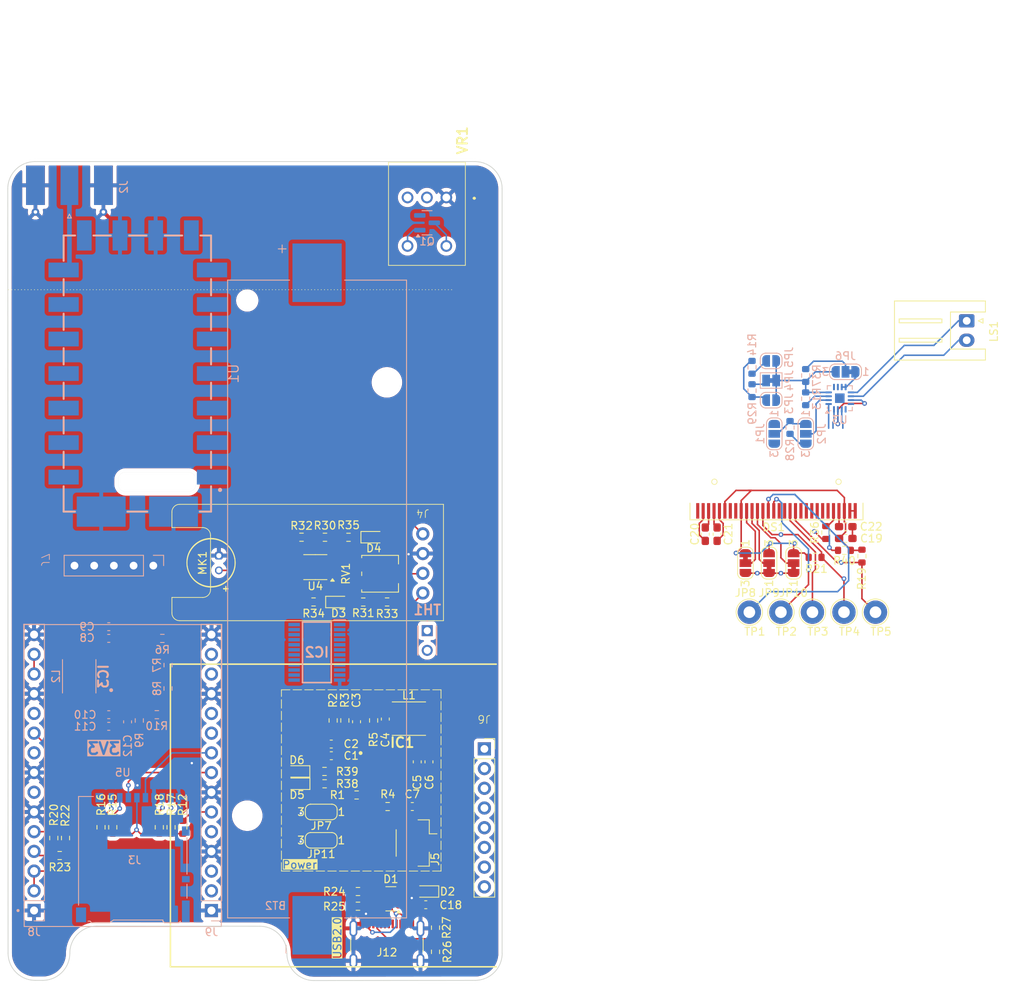
<source format=kicad_pcb>
(kicad_pcb (version 20240108) (generator "pcbnew") (generator_version "8.0")
  (layers (0 "F.Cu" signal) (31 "B.Cu" signal) (34 "B.Paste" user) (35 "F.Paste" user) (36 "B.SilkS" user "B.Silkscreen") (37 "F.SilkS" user "F.Silkscreen") (38 "B.Mask" user) (39 "F.Mask" user) (44 "Edge.Cuts" user))
  (net 0 "")
  (net 1 "GND")
  (net 2 "VBUS")
  (net 3 "Net-(IC1-PMID)")
  (net 4 "Net-(IC1-REGN)")
  (net 5 "Net-(C4-Pad1)")
  (net 6 "Net-(IC1-SW_1)")
  (net 7 "+BATT")
  (net 8 "Net-(IC3-PVIN_1)")
  (net 9 "+3.3V")
  (net 10 "Net-(IC3-FB)")
  (net 11 "/Computing Subsystem/RST")
  (net 12 "/AMP_LRCLK")
  (net 13 "+5V")
  (net 14 "Net-(DS1-C2P)")
  (net 15 "Net-(DS1-C2N)")
  (net 16 "Net-(DS1-C1N)")
  (net 17 "Net-(DS1-C1P)")
  (net 18 "Net-(DS1-VCOMH)")
  (net 19 "Net-(J12-D-)")
  (net 20 "Net-(J12-D+)")
  (net 21 "/Keypad/COL5")
  (net 22 "/Keypad/COL4")
  (net 23 "/Keypad/COL1")
  (net 24 "/Keypad/COL2")
  (net 25 "/Keypad/COL3")
  (net 26 "Net-(D3-K)")
  (net 27 "Net-(D4-K)")
  (net 28 "Net-(D5-K)")
  (net 29 "Net-(D6-K)")
  (net 30 "/Display/BS2")
  (net 31 "/SPIM2_MOSI")
  (net 32 "/Display/D7")
  (net 33 "/Display/BS1")
  (net 34 "Net-(DS1-IREF)")
  (net 35 "/Display/BS0")
  (net 36 "/Display/D6")
  (net 37 "/OLED_D{slash}~{C}")
  (net 39 "/SPIM2_SCLK")
  (net 40 "/Display/R{slash}~{W}")
  (net 41 "/Display/D2")
  (net 42 "/~{SPIM2_CS}")
  (net 43 "/Display/D3")
  (net 44 "/Display/D4")
  (net 45 "/Display/E{slash}~{RD}")
  (net 46 "/Display/D5")
  (net 47 "Net-(IC1-BTST)")
  (net 48 "/BMS_INT")
  (net 49 "/Power Subsystem/~{PG}")
  (net 50 "/BMS_OTG")
  (net 51 "/I2C0_SDA")
  (net 52 "Net-(IC1-PSEL)")
  (net 53 "/~{BMS_CE}")
  (net 54 "/Power Subsystem/TS_P")
  (net 55 "Net-(IC1-ILIM)")
  (net 56 "/Power Subsystem/STAT")
  (net 57 "/I2C0_SCL")
  (net 58 "/~{RADIO_PTT}")
  (net 59 "/~{AMP_SD}")
  (net 60 "/Keypad/ROW2")
  (net 61 "/Keypad/ROW3")
  (net 62 "/~{PCF_INT}")
  (net 63 "/Keypad/ROW1")
  (net 64 "/~{RADIO_PD}")
  (net 65 "Net-(IC3-LX2_1)")
  (net 66 "Net-(IC3-LX1_1)")
  (net 68 "Net-(IC3-MODE)")
  (net 69 "Net-(IC3-EN)")
  (net 70 "/ANT")
  (net 71 "/Computing Subsystem/SD_DAT0")
  (net 72 "/Computing Subsystem/SD_DAT1")
  (net 73 "/Computing Subsystem/SD_DAT2")
  (net 74 "/AMP_BCLK")
  (net 75 "/VOL")
  (net 76 "/RADIO_RXD")
  (net 77 "/USB_DP")
  (net 78 "/Computing Subsystem/SPIM2_MISO")
  (net 79 "/AMP_DIN")
  (net 80 "/RADIO_TXD")
  (net 81 "/USB_DN")
  (net 82 "Net-(J12-VCONN)")
  (net 83 "Net-(J12-CC)")
  (net 84 "Net-(U3-OUTP)")
  (net 85 "Net-(U3-OUTN)")
  (net 86 "Net-(MK1-+)")
  (net 87 "/PWR")
  (net 88 "/Power Subsystem/TS_N")
  (net 89 "Net-(R10-Pad2)")
  (net 90 "/Audio Subsystem/~{SD_MODE}")
  (net 91 "Net-(JP5-A)")
  (net 92 "Net-(JP1-C)")
  (net 93 "Net-(JP2-B)")
  (net 94 "Net-(JP4-A)")
  (net 95 "Net-(U4A--)")
  (net 96 "/MIC_IN")
  (net 97 "/Audio Subsystem/MIC_OUT_D")
  (net 98 "Net-(R34-Pad2)")
  (net 99 "Net-(JP6-C)")
  (net 100 "/AF_OUT")
  (net 104 "/~{Audio_ON}")
  (net 111 "/Audio Subsystem/GAIN_SLOT")
  (net 115 "/Keypad/ROW4")
  (net 116 "+SYS")
  (net 118 "Net-(BT2-PadN)")
  (footprint "Capacitor_SMD:C_0603_1608Metric_Pad1.08x0.95mm_HandSolder" (layer "F.Cu") (at 122.959534 95.009017 90)
    (property "Reference" "C21")
    (property "Value" "1u")
  )
  (footprint "Potentiometer_SMD:Potentiometer_Bourns_3314G_Vertical" (layer "F.Cu") (at 79.522893 100.109715 90)
    (property "Reference" "RV1")
    (property "Value" "Level setpoint")
  )
  (footprint "TestPoint:TestPoint_Loop_D2.54mm_Drill1.5mm_Beaded" (layer "F.Cu") (at 139.307635 105.063309)
    (property "Reference" "TP4")
    (property "Value" "TestPoint")
  )
  (footprint "Resistor_SMD:R_0603_1608Metric" (layer "F.Cu") (at 86.664108 148.834677 90)
    (property "Reference" "R26")
    (property "Value" "56k")
  )
  (footprint "Resistor_SMD:R_0603_1608Metric" (layer "F.Cu") (at 69.394485 95.400863)
    (property "Reference" "R32")
    (property "Value" "150k")
  )
  (footprint "Display:OLED-128O064D" (layer "F.Cu") (at 130.610271 92.00307)
    (property "Reference" "DS1")
    (property "Value" "OLED-128O064D")
  )
  (footprint "Resistor_SMD:R_0603_1608Metric" (layer "F.Cu") (at 139.367406 97.091101)
    (property "Reference" "R40")
    (property "Value" "10k")
  )
  (footprint "Resistor_SMD:R_0603_1608Metric" (layer "F.Cu") (at 136.970271 94.79707 90)
    (property "Reference" "R36")
    (property "Value" "680k")
  )
  (footprint "Resistor_SMD:R_0603_1608Metric" (layer "F.Cu") (at 78.686735 119.013747 90)
    (property "Reference" "R5")
    (property "Value" "0R")
  )
  (footprint "Resistor_SMD:R_0603_1608Metric" (layer "F.Cu") (at 76.667094 142.958881)
    (property "Reference" "R25")
    (property "Value" "0k")
  )
  (footprint "Resistor_SMD:R_0603_1608Metric" (layer "F.Cu") (at 76.495127 128.623571)
    (property "Reference" "R1")
    (property "Value" "10k")
  )
  (footprint "TestPoint:TestPoint_Loop_D2.54mm_Drill1.5mm_Beaded" (layer "F.Cu") (at 127.115635 105.063309)
    (property "Reference" "TP1")
    (property "Value" "TestPoint")
  )
  (footprint "Resistor_SMD:R_0603_1608Metric" (layer "F.Cu") (at 72.358956 125.586866)
    (property "Reference" "R39")
    (property "Value" "2.2k")
  )
  (footprint "spur-demo:HW-834" (layer "F.Cu") (at 92.939 118.342 180)
    (property "Reference" "J6")
    (property "Value" "Conn_01x08_Socket")
  )
  (footprint "Package_SO:VSSOP-8_3x3mm_P0.65mm" (layer "F.Cu") (at 71.173103 99.25741 180)
    (property "Reference" "U4")
    (property "Value" "LM393")
  )
  (footprint "Capacitor_SMD:C_0603_1608Metric_Pad1.08x0.95mm_HandSolder" (layer "F.Cu") (at 80.195344 118.840081 -90)
    (property "Reference" "C4")
    (property "Value" "47n")
  )
  (footprint "LED_SMD:LED_0603_1608Metric_Pad1.05x0.95mm_HandSolder" (layer "F.Cu") (at 74.168764 103.747778)
    (property "Reference" "D3")
    (property "Value" "LED")
  )
  (footprint "LED_SMD:LED_0603_1608Metric_Pad1.05x0.95mm_HandSolder" (layer "F.Cu") (at 68.802956 125.586866 180)
    (property "Reference" "D6")
    (property "Value" "LED")
  )
  (footprint "Capacitor_SMD:C_0603_1608Metric_Pad1.08x0.95mm_HandSolder" (layer "F.Cu") (at 76.488106 119.183608 -90)
    (property "Reference" "C3")
    (property "Value" "1uF")
  )
  (footprint "Inductor_SMD:L_Coilcraft_XxL4020" (layer "F.Cu") (at 83.236584 118.780155)
    (property "Reference" "L1")
    (property "Value" "2.2u")
  )
  (footprint "Capacitor_SMD:C_0603_1608Metric_Pad1.08x0.95mm_HandSolder" (layer "F.Cu") (at 83.6721 130.112736 180)
    (property "Reference" "C7")
    (property "Value" "10u")
  )
  (footprint "TestPoint:TestPoint_Loop_D2.54mm_Drill1.5mm_Beaded" (layer "F.Cu") (at 131.179635 105.063309)
    (property "Reference" "TP2")
    (property "Value" "TestPoint")
  )
  (footprint "Resistor_SMD:R_0603_1608Metric" (layer "F.Cu") (at 72.416507 95.403534)
    (property "Reference" "R30")
    (property "Value" "100k")
  )
  (footprint "Resistor_SMD:R_0603_1608Metric" (layer "F.Cu") (at 54.096092 132.785363 -90)
    (property "Reference" "R12")
    (property "Value" "10k")
  )
  (footprint "Capacitor_SMD:C_0603_1608Metric_Pad1.08x0.95mm_HandSolder" (layer "F.Cu") (at 85.409006 142.767334 180)
    (property "Reference" "C18")
    (property "Value" "4.7u")
  )
  (footprint "Resistor_SMD:R_0603_1608Metric" (layer "F.Cu") (at 70.944468 103.74296 180)
    (property "Reference" "R34")
    (property "Value" "10k")
  )
  (footprint "Capacitor_SMD:C_0603_1608Metric_Pad1.08x0.95mm_HandSolder" (layer "F.Cu") (at 139.540482 95.557765)
    (property "Reference" "C19")
    (property "Value" "10u")
  )
  (footprint "Capacitor_SMD:C_0603_1608Metric_Pad1.08x0.95mm_HandSolder" (layer "F.Cu") (at 121.435534 95.009017 90)
    (property "Reference" "C20")
    (property "Value" "1u")
  )
  (footprint "Resistor_SMD:R_0603_1608Metric" (layer "F.Cu") (at 73.472 119.013747 -90)
    (property "Reference" "R2")
    (property "Value" "6.86k")
  )
  (footprint "spur-demo:VMA309" (layer "F.Cu") (at 87.688232 98.779132 90)
    (property "Reference" "J4")
    (property "Value" "VMA309 Module")
  )
  (footprint "TestPoint:TestPoint_Loop_D2.54mm_Drill1.5mm_Beaded" (layer "F.Cu") (at 143.371635 105.063309)
    (property "Reference" "TP5")
    (property "Value" "TestPoint")
  )
  (footprint "Resistor_SMD:R_0603_1608Metric" (layer "F.Cu") (at 80.4253 103.74296)
    (property "Reference" "R33")
    (property "Value" "10k")
  )
  (footprint "Jumper:SolderJumper-3_P1.3mm_Bridged12_RoundedPad1.0x1.5mm_NumberLabels" (layer "F.Cu") (at 71.937162 130.81 180)
    (property "Reference" "JP7")
    (property "Value" "PSEL")
  )
  (footprint "Connector_JST:JST_GH_SM02B-GHS-TB_1x02-1MP_P1.25mm_Horizontal" (layer "F.Cu") (at 84.154 134.809 -90)
    (property "Reference" "J5")
    (property "Value" "Conn_01x02")
  )
  (footprint "Resistor_SMD:R_0603_1608Metric" (layer "F.Cu") (at 76.667094 141.062364 180)
    (property "Reference" "R24")
    (property "Value" "0k")
  )
  (footprint "Resistor_SMD:R_0603_1608Metric" (layer "F.Cu") (at 77.351125 103.750265 180)
    (property "Reference" "R31")
    (property "Value" "100k")
  )
  (footprint "Resistor_SMD:R_0603_1608Metric" (layer "F.Cu") (at 51.064304 132.785363 -90)
    (property "Reference" "R18")
    (property "Value" "10k")
  )
  (footprint "Capacitor_SMD:C_0603_1608Metric_Pad1.08x0.95mm_HandSolder" (layer "F.Cu") (at 73.23777 123.562805 180)
    (property "Reference" "C1")
    (property "Value" "1u")
  )
  (footprint "Diode_SMD:D_0603_1608Metric_Pad1.05x0.95mm_HandSolder" (layer "F.Cu") (at 85.418584 141.062364 180)
    (property "Reference" "D2")
    (property "Value" "1N5819")
  )
  (footprint "Resistor_SMD:R_0603_1608Metric" (layer "F.Cu") (at 135.588364 97.993253 180)
    (property "Reference" "R21")
    (property "Value" "10k")
  )
  (footprint "LED_SMD:LED_0603_1608Metric_Pad1.05x0.95mm_HandSolder" (layer "F.Cu") (at 68.816369 127.178035 180)
    (property "Reference" "D5")
    (property "Value" "LED")
  )
  (footprint "TestPoint:TestPoint_Loop_D2.54mm_Drill1.5mm_Beaded" (layer "F.Cu") (at 135.243635 105.063309)
    (property "Reference" "TP3")
    (property "Value" "TestPoint")
  )
  (footprint "Resistor_SMD:R_0603_1608Metric" (layer "F.Cu") (at 38.225235 136.423521 180)
    (property "Reference" "R23")
    (property "Value" "10k")
  )
  (footprint "Jumper:SolderJumper-3_P1.3mm_Bridged12_RoundedPad1.0x1.5mm_NumberLabels" (layer "F.Cu") (at 129.655635 98.735407 90)
    (property "Reference" "JP9")
    (property "Value" "BS1")
  )
  (footprint "Resistor_SMD:R_0603_1608Metric" (layer "F.Cu") (at 74.977927 119.013747 90)
    (property "Reference" "R3")
    (property "Value" "2.27k")
  )
  (footprint "spur-demo:RK09711110EL" (layer "F.Cu") (at 88.059246 51.610258 90)
    (property "Reference" "VR1")
    (property "Value" "RK09711110EL" (hide yes))
  )
  (footprint "Resistor_SMD:R_0603_1608Metric" (layer "F.Cu") (at 72.371694 127.17657)
    (property "Reference" "R38")
    (property "Value" "2.2k")
  )
  (footprint "Resistor_SMD:R_0603_1608Metric" (layer "F.Cu") (at 80.494775 130.112736)
    (property "Reference" "R4")
    (property "Value" "265R")
  )
  (footprint "Resistor_SMD:R_0603_1608Metric" (layer "F.Cu") (at 38.977325 134.170307 90)
    (property "Reference" "R22")
    (property "Value" "10k")
  )
  (footprint "spur-demo:QFN50P400X400X100-25N-D_BQ24193RGER" (layer "F.Cu") (at 79.410863 125.218)
    (property "Reference" "IC1")
    (property "Value" "BQ24193RGER" (hide yes))
  )
  (footprint "Capacitor_SMD:C_0603_1608Metric_Pad1.08x0.95mm_HandSolder" (layer "F.Cu") (at 73.228139 122.059864 180)
    (property "Reference" "C2")
    (property "Value" "10u")
  )
  (footprint "Capacitor_SMD:C_0603_1608Metric_Pad1.08x0.95mm_HandSolder" (layer "F.Cu") (at 84.310893 124.351043 -90)
    (property "Reference" "C5")
    (property "Value" "10u")
  )
  (footprint "Sensor_Audio:POM-2244P-C3310-2-R" (layer "F.Cu") (at 58.740035 97.774017 -90)
    (property "Reference" "MK1")
    (property "Value" "Microphone_Condenser")
  )
  (footprint "Connector_JST:JST_XH_S2B-XH-A_1x02_P2.50mm_Horizontal" (layer "F.Cu") (at 155.126801 67.510673 -90)
    (property "Reference" "LS1")
    (property "Value" "Speaker")
  )
  (footprint "Jumper:SolderJumper-3_P1.3mm_Bridged12_RoundedPad1.0x1.5mm_NumberLabels" (layer "F.Cu") (at 132.815635 98.735407 90)
    (property "Reference" "JP10")
    (property "Value" "BS2")
  )
  (footprint "Capacitor_SMD:C_0603_1608Metric_Pad1.08x0.95mm_HandSolder" (layer "F.Cu") (at 85.819059 124.353095 -90)
    (property "Reference" "C6")
    (property "Value" "10u")
  )
  (footprint "Resistor_SMD:R_0603_1608Metric" (layer "F.Cu") (at 141.624983 97.833532 90)
    (property "Reference" "R19")
    (property "Value" "10k")
  )
  (footprint "Jumper:SolderJumper-3_P1.3mm_Bridged12_RoundedPad1.0x1.5mm_NumberLabels" (layer "F.Cu") (at 126.607635 98.735407 -90)
    (property "Reference" "JP8")
    (property "Value" "BS0")
  )
  (footprint "Resistor_SMD:R_0603_1608Metric" (layer "F.Cu") (at 86.664108 145.723677 -90)
    (property "Reference" "R27")
    (property "Value" "56k")
  )
  (footprint "Capacitor_SMD:C_0603_1608Metric_Pad1.08x0.95mm_HandSolder" (layer "F.Cu") (at 139.536968 94.036033)
    (property "Reference" "C22")
    (property "Value" "10u")
  )
  (footprint "Package_TO_SOT_SMD:SOT-143_Handsoldering" (layer "F.Cu") (at 80.906562 142.002912 180)
    (property "Reference" "D1")
    (property "Value" "SP0503BAHTG")
  )
  (footprint "Resistor_SMD:R_0603_1608Metric" (layer "F.Cu") (at 52.580419 132.785363 -90)
    (property "Reference" "R17")
    (property "Value" "10k")
  )
  (footprint "Resistor_SMD:R_0603_1608Metric" (layer "F.Cu") (at 43.552062 132.785363 -90)
    (property "Reference" "R16")
    (property "Value" "10k")
  )
  (footprint "Resistor_SMD:R_0603_1608Metric" (layer "F.Cu") (at 75.451126 95.407283 180)
    (property "Reference" "R35")
    (property "Value" "1k")
  )
  (footprint "LED_SMD:LED_0603_1608Metric_Pad1.05x0.95mm_HandSolder" (layer "F.Cu") (at 78.708622 95.394966)
    (property "Reference" "D4")
    (property "Value" "LED")
  )
  (footprint "Resistor_SMD:R_0603_1608Metric" (layer "F.Cu") (at 45.067319 132.785363 -90)
    (property "Reference" "R15")
    (property "Value" "10k")
  )
  (footprint "Connector_USB:USB_C_Receptacle_GCT_USB4105-xx-A_16P_TopMnt_Horizontal" (layer "F.Cu") (at 80.401108 148.915515)
    (property "Reference" "J12")
    (property "Value" "USB_C_Plug_USB2.0")
  )
  (footprint "Jumper:SolderJumper-3_P1.3mm_Bridged12_RoundedPad1.0x1.5mm_NumberLabels" (layer "F.Cu") (at 71.932821 134.467855 180)
    (property "Reference" "JP11")
    (property "Value" "OTG")
  )
  (footprint "Resistor_SMD:R_0603_1608Metric" (layer "F.Cu") (at 37.465 134.172003 -90)
    (property "Reference" "R20")
    (property "Value" "10k" (hide yes))
  )
  (footprint "Resistor_SMD:R_0603_1608Metric" (layer "B.Cu") (at 134.375198 74.556395 -90)
    (property "Reference" "R37")
    (property "Value" "2k")
  )
  (footprint "Package_DFN_QFN:TQFN-16-1EP_3x3mm_P0.5mm_EP1.23x1.23mm" (layer "B.Cu") (at 138.769965 77.481833)
    (property "Reference" "U3")
    (property "Value" "MAX98357A")
  )
  (footprint "Jumper:SolderJumper-2_P1.3mm_Open_RoundedPad1.0x1.5mm" (layer "B.Cu") (at 129.924431 72.678868)
    (property "Reference" "JP5")
    (property "Value" "CH_RIGHT")
  )
  (footprint "Jumper:SolderJumper-3_P1.3mm_Bridged12_RoundedPad1.0x1.5mm_NumberLabels" (layer "B.Cu") (at 139.508305 74.081647 180)
    (property "Reference" "JP6")
    (property "Value" "Driver")
  )
  (footprint "Jumper:SolderJumper-2_P1.3mm_Open_RoundedPad1.0x1.5mm" (layer "B.Cu") (at 129.92443 77.736041)
    (property "Reference" "JP3")
    (property "Value" "CH_LEFT")
  )
  (footprint "Capacitor_SMD:C_0603_1608Metric_Pad1.08x0.95mm_HandSolder" (layer "B.Cu") (at 44.5505 118.273646 180)
    (property "Reference" "C10")
    (property "Value" "22u")
  )
  (footprint "Resistor_SMD:R_0603_1608Metric" (layer "B.Cu") (at 52.192024 114.894888 90)
    (property "Reference" "R8")
    (property "Value" "2.2M")
  )
  (footprint "spur-demo:QFN50P400X400X100-21N_ISL91127IRNZ-T7A" (layer "B.Cu") (at 47.235879 113.359897)
    (property "Reference" "IC3")
    (property "Value" "ISL91127IRNZ-T7A" (hide yes))
  )
  (footprint "Resistor_SMD:R_0603_1608Metric" (layer "B.Cu") (at 51.457284 108.440967)
    (property "Reference" "R6")
    (property "Value" "10k")
  )
  (footprint "Connector_Coaxial:SMA_Molex_73251-1153_EdgeMount_Horizontal" (layer "B.Cu") (at 39.48 51.762097 -90)
    (property "Reference" "J2")
    (property "Value" "Conn_Coaxial")
  )
  (footprint "Resistor_SMD:R_0603_1608Metric" (layer "B.Cu") (at 127.458468 76.509422 -90)
    (property "Reference" "R29")
    (property "Value" "680k")
  )
  (footprint "Resistor_SMD:R_0603_1608Metric" (layer "B.Cu") (at 50.745844 118.273132)
    (property "Reference" "R10")
    (property "Value" "1M")
  )
  (footprint "Capacitor_SMD:C_0603_1608Metric_Pad1.08x0.95mm_HandSolder" (layer "B.Cu") (at 44.553243 106.931257)
    (property "Reference" "C9")
    (property "Value" "10u")
  )
  (footprint "Package_TO_SOT_SMD:SOT-23" (layer "B.Cu") (at 85.572906 54.874532)
    (property "Reference" "Q1")
    (property "Value" "ZXMN2A01F")
  )
  (footprint "Connector_PinSocket_2.54mm:PinSocket_1x15_P2.54mm_Vertical" (layer "B.Cu") (at 34.925 143.51)
    (property "Reference" "J8")
    (property "Value" "1x15")
  )
  (footprint "spur-demo:PAM8392A" (layer "B.Cu") (at 35.852 98.32 90)
    (property "Reference" "J7")
    (property "Value" "PAM8392A Module")
  )
  (footprint "Capacitor_SMD:C_0603_1608Metric_Pad1.08x0.95mm_HandSolder" (layer "B.Cu") (at 44.5505 119.774351 180)
    (property "Reference" "C11")
    (property "Value" "22u")
  )
  (footprint "Resistor_SMD:R_0603_1608Metric" (layer "B.Cu") (at 132.357154 81.251769 -90)
    (property "Reference" "R28")
    (property "Value" "100k 5%")
  )
  (footprint "Jumper:SolderJumper-3_P1.3mm_Open_RoundedPad1.0x1.5mm_NumberLabels" (layer "B.Cu") (at 130.326106 82.073307 -90)
    (property "Reference" "JP1")
    (property "Value" "GAIN_{LOGIC}")
  )
  (footprint "Resistor_SMD:R_0603_1608Metric" (layer "B.Cu") (at 48.487378 119.020932 90)
    (property "Reference" "R9")
    (property "Value" "1M")
  )
  (footprint "Connector_PinSocket_2.54mm:PinSocket_1x15_P2.54mm_Vertical" (layer "B.Cu") (at 57.785 143.517277)
    (property "Reference" "J9")
    (property "Value" "1x15")
  )
  (footprint "Resistor_SMD:R_0603_1608Metric" (layer "B.Cu") (at 127.458468 73.501962 -90)
    (property "Reference" "R14")
    (property "Value" "330k")
  )
  (footprint "Jumper:SolderJumper-2_P1.3mm_Bridged_Pad1.0x1.5mm" (layer "B.Cu") (at 129.92443 75.203974)
    (property "Reference" "JP4")
    (property "Value" "CH_MIX")
  )
  (footprint "Inductor_SMD:L_Coilcraft_XxL4020" (layer "B.Cu") (at 40.7405 113.32589 -90)
    (property "Reference" "L2")
    (property "Value" "1u")
  )
  (footprint "spur-demo:SOP65P640X120-24N_PCF8575PWR" (layer "B.Cu") (at 71.374 110.236 180)
    (property "Reference" "IC2")
    (property "Value" "PCF8575PWR" (hide yes))
  )
  (footprint "Connector_Card:microSD_HC_Hirose_DM3AT-SF-PEJM5" (layer "B.Cu") (at 47.654557 136.700363 180)
    (property "Reference" "J3")
    (property "Value" "SD_Card")
  )
  (footprint "Jumper:SolderJumper-3_P1.3mm_Open_RoundedPad1.0x1.5mm_NumberLabels" (layer "B.Cu") (at 134.387489 82.073307 -90)
    (property "Reference" "JP2")
    (property "Value" "GAIN_{R}")
  )
  (footprint "sa8x8:G-NICERF_SA868" (layer "B.Cu") (at 48.2951 74.3026 90)
    (property "Reference" "U1")
    (property "Value" "SA868")
    (fp_line (start -14.24 -2.54) (end -13.7 -2.54) (stroke (width 0.01)) (layer "Edge.Cuts"))
    (fp_line (start -12.7 -1.54) (end -12.7 6.494241) (stroke (width 0.01)) (layer "Edge.Cuts"))
    (fp_line (start -15.24 6.494241) (end -15.24 -1.54) (stroke (width 0.01)) (layer "Edge.Cuts"))
    (fp_line (start -13.7 7.494241) (end -14.24 7.494241) (stroke (width 0.01)) (layer "Edge.Cuts"))
    (fp_arc (start -13.7 -2.54) (mid -12.992893 -2.247107) (end -12.7 -1.54) (stroke (width 0.01)) (layer "Edge.Cuts"))
    (fp_arc (start -15.24 -1.54) (mid -14.947107 -2.247107) (end -14.24 -2.54) (stroke (width 0.01)) (layer "Edge.Cuts"))
    (fp_arc (start -12.7 6.494241) (mid -12.992893 7.201348) (end -13.7 7.494241) (stroke (width 0.01)) (layer "Edge.Cuts"))
    (fp_arc (start -14.24 7.494241) (mid -14.947107 7.201348) (end -15.24 6.494241) (stroke (width 0.01)) (layer "Edge.Cuts"))
  )
  (footprint "Resistor_SMD:R_0603_1608Metric" (layer "B.Cu") (at 134.375696 77.556833 90)
    (property "Reference" "R13")
    (property "Value" "100k")
  )
  (footprint "Capacitor_SMD:C_0603_1608Metric_Pad1.08x0.95mm_HandSolder" (layer "B.Cu") (at 44.5505 108.439252)
    (property "Reference" "C8")
    (property "Value" "10u")
  )
  (footprint "spur-demo:103AT2" (layer "B.Cu") (at 85.598 107.442)
    (property "Reference" "TH1")
    (property "Value" "103AT-2" (hide yes))
  )
  (footprint "spur-demo:BAT_1122" (layer "B.Cu") (at 71.400304 103.365 90)
    (property "Reference" "BT2")
    (property "Value" "1122")
  )
  (footprint "Capacitor_SMD:C_0603_1608Metric_Pad1.08x0.95mm_HandSolder" (layer "B.Cu") (at 46.979237 119.194253 90)
    (property "Reference" "C12")
    (property "Value" "56p")
  )
  (footprint "spur-demo:XCVR_ESP32-C3-DEVKITM-1" (layer "B.Cu") (at 46.355 126.115)
    (property "Reference" "U5")
    (property "Value" "XCVR_ESP32-C3-DEVKITM-1")
  )
  (footprint "Resistor_SMD:R_0603_1608Metric" (layer "B.Cu") (at 52.195328 111.884852 90)
    (property "Reference" "R7")
    (property "Value" "10k")
  )
  (gr_rect (start 66.802 115.062) (end 87.376 138.43) (stroke (width 0.1) (type dash)) (fill none) (layer "F.SilkS"))
  (gr_line (start 52.49715 150.767156) (end 52.49715 111.767156) (stroke (width 0.2)) (layer "F.SilkS"))
  (gr_line (start 52.49715 150.767156) (end 94.49715 150.767156) (stroke (width 0.2)) (layer "F.SilkS"))
  (gr_line (start 88.748265 63.500187) (end 31.540124 63.499995) (stroke (width 0.1) (type dot)) (layer "F.SilkS"))
  (gr_line (start 52.488 111.76) (end 94.488 111.76) (stroke (width 0.2)) (layer "F.SilkS"))
  (gr_arc (start 95.259738 149.013979) (mid 94.234619 151.488866) (end 91.759738 152.514) (stroke (width 0.1)) (layer "Edge.Cuts"))
  (gr_arc (start 35.0755 152.514) (mid 32.603889 151.492132) (end 31.575505 149.008257) (stroke (width 0.1)) (layer "Edge.Cuts"))
  (gr_arc (start 64.012093 145.539132) (mid 66.482755 146.564245) (end 67.507874 149.039126) (stroke (width 0.1)) (layer "Edge.Cuts"))
  (gr_arc (start 39.533 149.014) (mid 38.507874 151.488874) (end 36.033 152.514) (stroke (width 0.1)) (layer "Edge.Cuts"))
  (gr_arc (start 39.533 149.014) (mid 40.558126 146.539126) (end 43.037193 145.514003) (stroke (width 0.1)) (layer "Edge.Cuts"))
  (gr_line (start 31.534741 50.491708) (end 31.575505 149.008257) (stroke (width 0.1)) (layer "Edge.Cuts"))
  (gr_line (start 35.0755 152.514) (end 36.033 152.514) (stroke (width 0.1)) (layer "Edge.Cuts"))
  (gr_line (start 64.012093 145.539131) (end 43.037193 145.514005) (stroke (width 0.1)) (layer "Edge.Cuts"))
  (gr_line (start 91.749989 46.99) (end 35.034752 46.99) (stroke (width 0.1)) (layer "Edge.Cuts"))
  (gr_line (start 95.25 149.013979) (end 95.25 50.491708) (stroke (width 0.1)) (layer "Edge.Cuts"))
  (gr_arc (start 71.012083 152.539121) (mid 68.533008 151.513992) (end 67.507874 149.039126) (stroke (width 0.1)) (layer "Edge.Cuts"))
  (gr_arc (start 31.534741 50.491708) (mid 32.559258 48.01572) (end 35.034752 46.99) (stroke (width 0.1)) (layer "Edge.Cuts"))
  (gr_arc (start 91.749989 46.99) (mid 94.225483 48.015717) (end 95.25 50.491708) (stroke (width 0.1)) (layer "Edge.Cuts"))
  (gr_line (start 71.012083 152.539121) (end 91.759738 152.514) (stroke (width 0.1)) (layer "Edge.Cuts"))
  (gr_text "3V3" (at 46.156615 121.769379 0) (layer "B.SilkS" knockout) (effects (font (size 1.5 1.5) (thickness 0.3) (bold yes)) (justify left top mirror)))
  (gr_text "USB2.0" (at 74.605093 149.850677 90) (layer "F.SilkS" knockout) (effects (font (size 1 1)) (justify left bottom)))
  (gr_text "Power" (at 66.845706 138.195905 0) (layer "F.SilkS" knockout) (effects (font (size 1 1)) (justify left bottom)))
  (segment (start 81.410863 124.468) (end 80.160863 124.468) (width 0.2) (layer "F.Cu") (net 1))
  (segment (start 84.546506 142.767334) (end 82.420984 142.767334) (width 0.2) (layer "F.Cu") (net 1))
  (segment (start 70.464596 130.982566) (end 70.637162 130.81) (width 0.2) (layer "F.Cu") (net 1))
  (segment (start 82.288 124.468) (end 83.058 123.698) (width 0.2) (layer "F.Cu") (net 1))
  (segment (start 82.794986 130.11695) (end 81.38694 130.11695) (width 0.2) (layer "F.Cu") (net 1))
  (segment (start 128.131635 100.035407) (end 131.179635 100.035407) (width 0.2) (layer "F.Cu") (net 1))
  (segment (start 81.410863 124.468) (end 82.288 124.468) (width 0.2) (layer "F.Cu") (net 1))
  (segment (start 82.026 123.968) (end 81.410863 123.968) (width 0.2) (layer "F.Cu") (net 1))
  (segment (start 85.819059 123.490595) (end 84.312945 123.490595) (width 0.2) (layer "F.Cu") (net 1))
  (segment (start 80.660863 123.968) (end 79.410863 125.218) (width 0.2) (layer "F.Cu") (net 1))
  (segment (start 73.245256 95.407283) (end 73.241507 95.403534) (width 0.2) (layer "F.Cu") (net 1))
  (segment (start 140.402982 94.039547) (end 140.399468 94.036033) (width 0.2) (layer "F.Cu") (net 1))
  (segment (start 69.286707 134.631132) (end 69.449984 134.467855) (width 0.2) (layer "F.Cu") (net 1))
  (segment (start 139.305711 78.157447) (end 141.961016 78.157447) (width 0.2) (layer "F.Cu") (net 1))
  (segment (start 81.807975 135.434) (end 80.518 134.144025) (width 0.2) (layer "F.Cu") (net 1))
  (segment (start 83.601108 145.235515) (end 83.601108 144.033515) (width 0.2) (layer "F.Cu") (net 1))
  (segment (start 69.303427 130.982566) (end 70.464596 130.982566) (width 0.2) (layer "F.Cu") (net 1))
  (segment (start 58.740035 97.774017) (end 62.950035 97.774017) (width 0.2) (layer "F.Cu") (net 1))
  (segment (start 72.348538 122.229258) (end 72.348538 120.962209) (width 0.2) (layer "F.Cu") (net 1))
  (segment (start 83.599505 144.031912) (end 82.406562 142.838969) (width 0.2) (layer "F.Cu") (net 1))
  (segment (start 80.160863 124.468) (end 79.410863 125.218) (width 0.2) (layer "F.Cu") (net 1))
  (segment (start 83.601108 144.033515) (end 83.599505 144.031912) (width 0.2) (layer "F.Cu") (net 1))
  (segment (start 86.004 135.434) (end 81.807975 135.434) (width 0.2) (layer "F.Cu") (net 1))
  (segment (start 69.449984 134.467855) (end 70.632821 134.467855) (width 0.2) (layer "F.Cu") (net 1))
  (segment (start 73.285603 98.28241) (end 73.241507 98.238314) (width 0.2) (layer "F.Cu") (net 1))
  (segment (start 81.410863 124.468) (end 81.410863 123.968) (width 0.2) (layer "F.Cu") (net 1))
  (segment (start 60.483526 97.890427) (end 60.483526 96.74637) (width 0.2) (layer "F.Cu") (net 1))
  (segment (start 77.201108 145.235515) (end 77.201108 144.433819) (width 0.2) (layer "F.Cu") (net 1))
  (segment (start 81.319775 131.024225) (end 81.319775 130.112736) (width 0.2) (layer "F.Cu") (net 1))
  (segment (start 72.365639 122.059864) (end 72.365639 123.553174) (width 0.2) (layer "F.Cu") (net 1))
  (segment (start 83.606508 141.903736) (end 83.255738 141.903736) (width 0.2) (layer "F.Cu") (net 1))
  (segment (start 126.607635 100.035407) (end 128.131635 100.035407) (width 0.2) (layer "F.Cu") (net 1))
  (segment (start 72.348538 120.962209) (end 73.472 119.838747) (width 0.2) (layer "F.Cu") (net 1))
  (segment (start 73.241507 98.238314) (end 73.241507 95.403534) (width 0.2) (layer "F.Cu") (net 1))
  (segment (start 82.406562 142.838969) (end 82.406562 142.752912) (width 0.2) (layer "F.Cu") (net 1))
  (segment (start 74.422 118.888747) (end 73.472 119.838747) (width 0.2) (layer "F.Cu") (net 1))
  (segment (start 136.470396 95.62207) (end 135.497635 94.649309) (width 0.2) (layer "F.Cu") (net 1))
  (segment (start 138.519965 78.943193) (end 139.305711 78.157447) (width 0.2) (layer "F.Cu") (net 1))
  (segment (start 84.312945 123.490595) (end 84.310893 123.488543) (width 0.2) (layer "F.Cu") (net 1))
  (segment (start 136.970271 95.62207) (end 136.470396 95.62207) (width 0.2) (layer "F.Cu") (net 1))
  (segment (start 140.060271 92.00307) (end 140.760271 92.00307) (width 0.2) (layer "F.Cu") (net 1))
  (segment (start 62.90929 97.774017) (end 64.264718 97.774017) (width 0.2) (layer "F.Cu") (net 1))
  (segment (start 76.488106 117.977581) (end 75.57694 118.888747) (width 0.2) (layer "F.Cu") (net 1))
  (segment (start 68.389405 93.64933) (end 71.487303 93.64933) (width 0.2) (layer "F.Cu") (net 1))
  (segment (start 80.518 134.144025) (end 80.518 131.826) (width 0.2) (layer "F.Cu") (net 1))
  (segment (start 82.810511 123.183489) (end 82.026 123.968) (width 0.2) (layer "F.Cu") (net 1))
  (segment (start 64.264718 97.774017) (end 68.389405 93.64933) (width 0.2) (layer "F.Cu") (net 1))
  (segment (start 74.626126 95.407283) (end 73.245256 95.407283) (width 0.2) (layer "F.Cu") (net 1))
  (segment (start 82.420984 142.767334) (end 82.406562 142.752912) (width 0.2) (layer "F.Cu") (net 1))
  (segment (start 80.518 131.826) (end 81.319775 131.024225) (width 0.2) (layer "F.Cu") (net 1))
  (segment (start 83.255738 141.903736) (end 82.406562 142.752912) (width 0.2) (layer "F.Cu") (net 1))
  (segment (start 83.058 123.698) (end 84.101436 123.698) (width 0.2) (layer "F.Cu") (net 1))
  (segment (start 77.201108 144.433819) (end 77.701046 143.933881) (width 0.2) (layer "F.Cu") (net 1))
  (segment (start 84.472976 123.183489) (end 82.810511 123.183489) (width 0.2) (layer "F.Cu") (net 1))
  (segment (start 71.487303 93.64933) (end 73.241507 95.403534) (width 0.2) (layer "F.Cu") (net 1))
  (segment (start 131.179635 100.035407) (end 132.815635 100.035407) (width 0.2) (layer "F.Cu") (net 1))
  (segment (start 140.402982 95.557765) (end 140.402982 94.039547) (width 0.2) (layer "F.Cu") (net 1))
  (segment (start 81.410863 123.968) (end 80.660863 123.968) (width 0.2) (layer "F.Cu") (net 1))
  (segment (start 138.519965 80.802168) (end 138.519965 78.943193) (width 0.2) (layer "F.Cu") (net 1))
  (segment (start 84.101436 123.698) (end 84.310893 123.488543) (width 0.2) (layer "F.Cu") (net 1))
  (segment (start 75.57694 118.888747) (end 74.422 118.888747) (width 0.2) (layer "F.Cu") (net 1))
  (via (at 83.191112 97.588973) (size 0.6) (drill 0.3) (layers "F.Cu" "B.Cu") (net 1))
  (via (at 69.303427 130.982566) (size 0.6) (drill 0.3) (layers "F.Cu" "B.Cu") (net 1))
  (via (at 55.255974 124.516847) (size 0.6) (drill 0.3) (layers "F.Cu" "B.Cu") (net 1))
  (via (at 77.701046 143.933881) (size 0.6) (drill 0.3) (layers "F.Cu" "B.Cu") (net 1))
  (via (at 131.179635 100.035407) (size 0.6) (drill 0.3) (layers "F.Cu" "B.Cu") (net 1))
  (via (at 128.131635 100.035407) (size 0.6) (drill 0.3) (layers "F.Cu" "B.Cu") (net 1))
  (via (at 69.286707 134.631132) (size 0.6) (drill 0.3) (layers "F.Cu" "B.Cu") (net 1))
  (via (at 138.519965 80.802168) (size 0.6) (drill 0.3) (layers "F.Cu" "B.Cu") (net 1))
  (via (at 48.247554 127.374687) (size 0.6) (drill 0.3) (layers "F.Cu" "B.Cu") (net 1))
  (via (at 135.497635 94.649309) (size 0.6) (drill 0.3) (layers "F.Cu" "B.Cu") (net 1))
  (via (at 83.606508 141.903736) (size 0.6) (drill 0.3) (layers "F.Cu" "B.Cu") (net 1))
  (via (at 141.961016 78.157447) (size 0.6) (drill 0.3) (layers "F.Cu" "B.Cu") (net 1))
  (segment (start 134.375696 78.381833) (end 135.525696 77.231833) (width 0.2) (layer "B.Cu") (net 1))
  (segment (start 49.235879 113.359897) (end 51.482033 113.359897) (width 0.2) (layer "B.Cu") (net 1))
  (segment (start 52.192024 114.069888) (end 52.126863 114.004727) (width 0.2) (layer "B.Cu") (net 1))
  (segment (start 141.535402 77.731833) (end 140.207465 77.731833) (width 0.2) (layer "B.Cu") (net 1))
  (segment (start 43.688 108.439252) (end 43.688 106.934) (width 0.2) (layer "B.Cu") (net 1))
  (segment (start 138.519965 80.802168) (end 138.519965 78.919333) (width 0.2) (layer "B.Cu") (net 1))
  (segment (start 43.688 109.812018) (end 43.688 108.439252) (width 0.2) (layer "B.Cu") (net 1))
  (segment (start 45.22673 113.350748) (end 45.235879 113.359897) (width 0.2) (layer "B.Cu") (net 1))
  (segment (start 51.982033 113.859897) (end 49.235879 113.859897) (width 0.2) (layer "B.Cu") (net 1))
  (segment (start 43.688 116.907776) (end 47.235879 113.359897) (width 0.2) (layer "B.Cu") (net 1))
  (segment (start 51.482033 113.359897) (end 52.192024 114.069888) (width 0.2) (layer "B.Cu") (net 1))
  (segment (start 43.688 119.774351) (end 43.688 118.273646) (width 0.2) (layer "B.Cu") (net 1))
  (segment (start 83.606508 141.903736) (end 82.746729 142.763515) (width 0.2) (layer "B.Cu") (net 1))
  (segment (start 52.126863 114.004727) (end 51.982033 113.859897) (width 0.2) (layer "B.Cu") (net 1))
  (segment (start 43.688 118.273646) (end 43.688 116.907776) (width 0.2) (layer "B.Cu") (net 1))
  (segment (start 78.871412 142.763515) (end 77.701046 143.933881) (width 0.2) (layer "B.Cu") (net 1))
  (segment (start 45.235879 113.359897) (end 47.235879 113.359897) (width 0.2) (layer "B.Cu") (net 1))
  (segment (start 47.235879 113.359897) (end 43.688 109.812018) (width 0.2) (layer "B.Cu") (net 1))
  (segment (start 42.670064 113.350748) (end 45.22673 113.350748) (width 0.2) (layer "B.Cu") (net 1))
  (segment (start 49.670351 81.28) (end 49.673094 81.282743) (width 0.2) (layer "B.Cu") (net 1))
  (segment (start 82.746729 142.763515) (end 78.871412 142.763515) (width 0.2) (layer "B.Cu") (net 1))
  (segment (start 135.525696 77.231833) (end 137.332525 77.231833) (width 0.2) (layer "B.Cu") (net 1))
  (segment (start 141.961016 78.157447) (end 141.535402 77.731833) (width 0.2) (layer "B.Cu") (net 1))
  (segment (start 81.076108 142.383366) (end 82.406562 141.052912) (width 0.2) (layer "F.Cu") (net 2))
  (segment (start 81.527533 143.903082) (end 81.076108 143.451657) (width 0.2) (layer "F.Cu") (net 2))
  (segment (start 84.543584 141.062364) (end 82.416014 141.062364) (width 0.2) (layer "F.Cu") (net 2))
  (segment (start 74.505465 123.968) (end 74.10027 123.562805) (width 0.2) (layer "F.Cu") (net 2))
  (segment (start 81.584108 143.903082) (end 81.527533 143.903082) (width 0.2) (layer "F.Cu") (net 2))
  (segment (start 74.083169 123.579906) (end 74.083169 123.732199) (width 0.2) (layer "F.Cu") (net 2))
  (segment (start 81.584108 143.903082) (end 82.129674 143.903082) (width 0.2) (layer "F.Cu") (net 2))
  (segment (start 74.10027 123.562805) (end 74.083169 123.579906) (width 0.2) (layer "F.Cu") (net 2))
  (segment (start 78.536108 146.319515) (end 78.001108 145.784515) (width 0.2) (layer "F.Cu") (net 2))
  (segment (start 77.410863 123.968) (end 74.505465 123.968) (width 0.2) (layer "F.Cu") (net 2))
  (segment (start 78.001108 145.784515) (end 78.001108 145.235515) (width 0.2) (layer "F.Cu") (net 2))
  (segment (start 81.076108 143.451657) (end 81.076108 142.383366) (width 0.2) (layer "F.Cu") (net 2))
  (segment (start 82.129674 143.903082) (end 82.801108 144.574516) (width 0.2) (layer "F.Cu") (net 2))
  (segment (start 82.416014 141.062364) (end 82.406562 141.052912) (width 0.2) (layer "F.Cu") (net 2))
  (segment (start 78.160863 123.218) (end 77.410863 123.968) (width 0.2) (layer "F.Cu") (net 2))
  (segment (start 82.801108 144.574516) (end 82.801108 145.235515) (width 0.2) (layer "F.Cu") (net 2))
  (via (at 81.584108 143.903082) (size 0.6) (drill 0.3) (layers "F.Cu" "B.Cu") (net 2))
  (via (at 78.536108 146.319515) (size 0.6) (drill 0.3) (layers "F.Cu" "B.Cu") (net 2))
  (segment (start 81.584108 145.557515) (end 80.822108 146.319515) (width 0.2) (layer "B.Cu") (net 2))
  (segment (start 80.822108 146.319515) (end 78.536108 146.319515) (width 0.2) (layer "B.Cu") (net 2))
  (segment (start 81.584108 143.903082) (end 81.584108 145.557515) (width 0.2) (layer "B.Cu") (net 2))
  (segment (start 78.660863 122.568) (end 78.309933 122.21707) (width 0.2) (layer "F.Cu") (net 3))
  (segment (start 78.309933 122.21707) (end 78.297745 122.229258) (width 0.2) (layer "F.Cu") (net 3))
  (segment (start 78.297745 122.229258) (end 74.073538 122.229258) (width 0.2) (layer "F.Cu") (net 3))
  (segment (start 78.660863 123.218) (end 78.660863 122.568) (width 0.2) (layer "F.Cu") (net 3))
  (segment (start 77.182528 120.523979) (end 76.488106 119.829557) (width 0.2) (layer "F.Cu") (net 4))
  (segment (start 79.160863 123.218) (end 79.160863 122.502314) (width 0.2) (layer "F.Cu") (net 4))
  (segment (start 76.35194 119.838747) (end 76.488106 119.702581) (width 0.2) (layer "F.Cu") (net 4))
  (segment (start 79.160863 122.502314) (end 77.182528 120.523979) (width 0.2) (layer "F.Cu") (net 4))
  (segment (start 74.977927 119.838747) (end 76.35194 119.838747) (width 0.2) (layer "F.Cu") (net 4))
  (segment (start 76.488106 119.829557) (end 76.488106 119.702581) (width 0.2) (layer "F.Cu") (net 4))
  (segment (start 80.195344 117.977581) (end 78.897901 117.977581) (width 0.2) (layer "F.Cu") (net 5))
  (segment (start 78.897901 117.977581) (end 78.686735 118.188747) (width 0.2) (layer "F.Cu") (net 5))
  (segment (start 81.838539 119.702581) (end 80.195344 119.702581) (width 0.2) (layer "F.Cu") (net 6))
  (segment (start 80.660863 123.218) (end 80.660863 120.880257) (width 0.2) (layer "F.Cu") (net 6))
  (segment (start 80.660863 120.880257) (end 81.838539 119.702581) (width 0.2) (layer "F.Cu") (net 6))
  (segment (start 80.160863 119.737062) (end 80.195344 119.702581) (width 0.2) (layer "F.Cu") (net 6))
  (segment (start 80.160863 123.218) (end 80.160863 119.737062) (width 0.2) (layer "F.Cu") (net 6))
  (segment (start 84.5346 130.112736) (end 84.5346 127.776771) (width 0.2) (layer "F.Cu") (net 7))
  (segment (start 83.99357 127.235741) (end 82.178604 127.235741) (width 0.2) (layer "F.Cu") (net 7))
  (segment (start 84.5346 130.112736) (end 86.004 131.582136) (width 0.2) (layer "F.Cu") (net 7))
  (segment (start 86.004 131.582136) (end 86.004 134.184) (width 0.2) (layer "F.Cu") (net 7))
  (segment (start 81.410863 126.468) (end 81.410863 125.968) (width 0.2) (layer "F.Cu") (net 7))
  (segment (start 84.5346 127.776771) (end 83.99357 127.235741) (width 0.2) (layer "F.Cu") (net 7))
  (segment (start 82.178604 127.235741) (end 81.410863 126.468) (width 0.2) (layer "F.Cu") (net 7))
  (segment (start 48.891458 111.059852) (end 52.195328 111.059852) (width 0.2) (layer "B.Cu") (net 8))
  (segment (start 47.235879 110.262131) (end 45.415743 108.441995) (width 0.2) (layer "B.Cu") (net 8))
  (segment (start 52.195328 110.004011) (end 50.632284 108.440967) (width 0.2) (layer "B.Cu") (net 8))
  (segment (start 48.591413 111.359897) (end 48.891458 111.059852) (width 0.2) (layer "B.Cu") (net 8))
  (segment (start 48.235879 111.359897) (end 46.235879 111.359897) (width 0.2) (layer "B.Cu") (net 8))
  (segment (start 52.215219 111.039961) (end 52.215219 110.051283) (width 0.2) (layer "B.Cu") (net 8))
  (segment (start 47.235879 111.359897) (end 47.235879 110.262131) (width 0.2) (layer "B.Cu") (net 8))
  (segment (start 52.195328 111.059852) (end 52.215219 111.039961) (width 0.2) (layer "B.Cu") (net 8))
  (segment (start 45.415743 108.441995) (end 45.415743 106.931257) (width 0.2) (layer "B.Cu") (net 8))
  (segment (start 48.235879 111.359897) (end 48.591413 111.359897) (width 0.2) (layer "B.Cu") (net 8))
  (segment (start 48.635698 133.610363) (end 51.064304 133.610363) (width 0.2) (layer "F.Cu") (net 9))
  (segment (start 134.205518 97.435407) (end 132.815635 97.435407) (width 0.2) (layer "F.Cu") (net 9))
  (segment (start 129.560271 90.507467) (end 129.560271 92.00307) (width 0.2) (layer "F.Cu") (net 9))
  (segment (start 126.060271 90.676771) (end 127.369635 89.367407) (width 0.2) (layer "F.Cu") (net 9))
  (segment (start 126.060271 92.00307) (end 126.060271 90.676771) (width 0.2) (layer "F.Cu") (net 9))
  (segment (start 48.135419 133.110084) (end 48.635698 133.610363) (width 0.2) (layer "F.Cu") (net 9))
  (segment (start 39.050235 136.423521) (end 39.050235 135.068217) (width 0.2) (layer "F.Cu") (net 9))
  (segment (start 79.583622 96.276387) (end 82.272893 98.965658) (width 0.2) (layer "F.Cu") (net 9))
  (segment (start 141.542414 97.091101) (end 141.624983 97.008532) (width 0.2) (layer "F.Cu") (net 9))
  (segment (start 82.272893 100.109715) (end 81.122893 101.259715) (width 0.2) (layer "F.Cu") (net 9))
  (segment (start 45.067319 133.610363) (end 43.552062 133.610363) (width 0.2) (layer "F.Cu") (net 9))
  (segment (start 73.324571 102.028585) (end 70.856778 102.028585) (width 0.2) (layer "F.Cu") (net 9))
  (segment (start 79.6003 103.74296) (end 77.117055 101.259715) (width 0.2) (layer "F.Cu") (net 9))
  (segment (start 37.466696 134.995307) (end 37.465 134.997003) (width 0.2) (layer "F.Cu") (net 9))
  (segment (start 126.987934 89.367407) (end 138.432608 89.367407) (width 0.2) (layer "F.Cu") (net 9))
  (segment (start 125.393 97.440042) (end 126.060271 96.772771) (width 0.2) (layer "F.Cu") (net 9))
  (segment (start 75.043764 104.220684) (end 75.741538 104.918458) (width 0.2) (layer "F.Cu") (net 9))
  (segment (start 78.176125 103.750265) (end 79.592995 103.750265) (width 0.2) (layer "F.Cu") (net 9))
  (segment (start 77.007932 104.918458) (end 78.176125 103.750265) (width 0.2) (layer "F.Cu") (net 9))
  (segment (start 138.677982 95.557765) (end 139.511968 94.723779) (width 0.2) (layer "F.Cu") (net 9))
  (segment (start 39.050235 135.068217) (end 38.977325 134.995307) (width 0.2) (layer "F.Cu") (net 9))
  (segment (start 140.192406 97.072189) (end 138.677982 95.557765) (width 0.2) (layer "F.Cu") (net 9))
  (segment (start 126.060271 96.772771) (end 126.060271 91.68907) (width 0.2) (layer "F.Cu") (net 9))
  (segment (start 139.511968 94.723779) (end 139.511968 93.569311) (width 0.2) (layer "F.Cu") (net 9))
  (segment (start 75.043764 103.747778) (end 73.324571 102.028585) (width 0.2) (layer "F.Cu") (net 9))
  (segment (start 34.925 140.97) (end 34.925 138.43) (width 0.2) (layer "F.Cu") (net 9))
  (segment (start 132.958866 96.188069) (end 132.815635 96.3313) (width 0.2) (layer "F.Cu") (net 9))
  (segment (start 70.856778 102.028585) (end 69.060603 100.23241) (width 0.2) (layer "F.Cu") (net 9))
  (segment (start 134.763364 97.993253) (end 134.205518 97.435407) (width 0.2) (layer "F.Cu") (net 9))
  (segment (start 123.960271 90.80307) (end 123.960271 92.00307) (width 0.2) (layer "F.Cu") (net 9))
  (segment (start 139.511968 93.569311) (end 139.360271 93.417614) (width 0.2) (layer "F.Cu") (net 9))
  (segment (start 132.815635 96.3313) (end 132.815635 97.435407) (width 0.2) (layer "F.Cu") (net 9))
  (segment (start 81.122893 101.259715) (end 76.772893 101.259715) (width 0.2) (layer "F.Cu") (net 9))
  (segment (start 125.395934 89.367407) (end 123.960271 90.80307) (width 0.2) (layer "F.Cu") (net 9))
  (segment (start 139.360271 93.417614) (end 139.360271 92.00307) (width 0.2) (layer "F.Cu") (net 9))
  (segment (start 140.192406 97.091101) (end 140.192406 97.072189) (width 0.2) (layer "F.Cu") (net 9))
  (segment (start 125.397635 97.435407) (end 126.607635 97.435407) (width 0.2) (layer "F.Cu") (net 9))
  (segment (start 137.430317 96.742107) (end 137.779311 97.091101) (width 0.2) (layer "F.Cu") (net 9))
  (segment (start 140.192406 97.091101) (end 141.542414 97.091101) (width 0.2) (layer "F.Cu") (net 9))
  (segment (start 129.581564 90.486174) (end 129.560271 90.507467) (width 0.2) (layer "F.Cu") (net 9))
  (segment (start 37.043756 138.43) (end 39.050235 136.423521) (width 0.2) (layer "F.Cu") (net 9))
  (segment (start 129.655635 96.331822) (end 129.655635 97.435407) (width 0.2) (layer "F.Cu") (net 9))
  (segment (start 75.741538 104.918458) (end 77.007932 104.918458) (width 0.2) (layer "F.Cu") (net 9))
  (segment (start 38.977325 134.995307) (end 37.466696 134.995307) (width 0.2) (layer "F.Cu") (net 9))
  (segment (start 138.432608 89.367407) (end 139.360271 90.29507) (width 0.2) (layer "F.Cu") (net 9))
  (segment (start 127.369635 89.367407) (end 125.395934 89.367407) (width 0.2) (layer "F.Cu") (net 9))
  (segment (start 125.393 97.440042) (end 125.397635 97.435407) (width 0.2) (layer "F.Cu") (net 9))
  (segment (start 34.925 138.43) (end 37.043756 138.43) (width 0.2) (layer "F.Cu") (net 9))
  (segment (start 79.592995 103.750265) (end 79.6003 103.74296) (width 0.2) (layer "F.Cu") (net 9))
  (segment (start 82.272893 100.109715) (end 85.035885 100.109715) (width 0.2) (layer "F.Cu") (net 9))
  (segment (start 54.096092 133.610363) (end 52.580419 133.610363) (width 0.2) (layer "F.Cu") (net 9))
  (segment (start 75.043764 103.747778) (end 75.043764 104.220684) (width 0.2) (layer "F.Cu") (net 9))
  (segment (start 137.779311 97.091101) (end 138.542406 97.091101) (width 0.2) (layer "F.Cu") (net 9))
  (segment (start 47.63514 133.610363) (end 45.067319 133.610363) (width 0.2) (layer "F.Cu") (net 9))
  (segment (start 129.820635 96.166822) (end 129.655635 96.331822) (width 0.2) (layer "F.Cu") (net 9))
  (segment (start 139.360271 90.29507) (end 139.360271 92.00307) (width 0.2) (layer "F.Cu") (net 9))
  (segment (start 79.583622 95.394966) (end 79.583622 96.276387) (width 0.2) (layer "F.Cu") (net 9))
  (segment (start 52.688177 133.610363) (end 51.172062 133.610363) (width 0.2) (layer "F.Cu") (net 9))
  (segment (start 57.720534 96.74637) (end 57.716396 96.750508) (width 0.2) (layer "F.Cu") (net 9))
  (segment (start 77.117055 101.259715) (end 76.772893 101.259715) (width 0.2) (layer "F.Cu") (net 9))
  (segment (start 48.135419 133.110084) (end 47.63514 133.610363) (width 0.2) (layer "F.Cu") (net 9))
  (via (at 48.135419 133.110084) (size 0.6) (drill 0.3) (layers "F.Cu" "B.Cu") (net 9))
  (via (at 125.393 97.440042) (size 0.6) (drill 0.3) (layers "F.Cu" "B.Cu") (net 9))
  (via (at 129.581564 90.486174) (size 0.6) (drill 0.3) (layers "F.Cu" "B.Cu") (net 9))
  (via (at 137.430317 96.742107) (size 0.6) (drill 0.3) (layers "F.Cu" "B.Cu") (net 9))
  (via (at 132.958866 96.188069) (size 0.6) (drill 0.3) (layers "F.Cu" "B.Cu") (net 9))
  (via (at 129.820635 96.166822) (size 0.6) (drill 0.3) (layers "F.Cu" "B.Cu") (net 9))
  (segment (start 132.976006 89.893778) (end 130.17396 89.893778) (width 0.2) (layer "B.Cu") (net 9))
  (segment (start 127.115635 105.063309) (end 129.763635 102.415309) (width 0.2) (layer "B.Cu") (net 9))
  (segment (start 46.979237 120.056753) (end 45.695402 120.056753) (width 0.2) (layer "B.Cu") (net 9))
  (segment (start 129.763635 102.415309) (end 138.486164 102.415309) (width 0.2) (layer "B.Cu") (net 9))
  (segment (start 137.430317 96.742107) (end 137.430317 94.348089) (width 0.2) (layer "B.Cu") (net 9))
  (segment (start 45.413 119.774351) (end 45.413 118.273646) (width 0.2) (layer "B.Cu") (net 9))
  (segment (start 139.907635 96.825407) (end 132.976006 89.893778) (width 0.2) (layer "B.Cu") (net 9))
  (segment (start 129.820635 96.166822) (end 129.841882 96.188069) (width 0.2) (layer "B.Cu") (net 9))
  (segment (start 47.190058 119.845932) (end 46.979237 120.056753) (width 0.2) (layer "B.Cu") (net 9))
  (segment (start 48.179557 133.065946) (end 48.135419 133.110084) (width 0.2) (layer "B.Cu") (net 9))
  (segment (start 48.179557 128.975363) (end 48.179557 133.065946) (width 0.2) (layer "B.Cu") (net 9))
  (segment (start 45.413 118.273646) (end 45.413 116.182776) (width 0.2) (layer "B.Cu") (net 9))
  (segment (start 48.487378 119.845932) (end 47.190058 119.845932) (width 0.2) (layer "B.Cu") (net 9))
  (segment (start 125.393 97.440042) (end 128.547415 97.440042) (width 0.2) (layer "B.Cu") (net 9))
  (segment (start 139.019965 76.044333) (end 139.600619 76.044333) (width 0.2) (layer "B.Cu") (net 9))
  (segment (start 45.695402 120.056753) (end 45.413 119.774351) (width 0.2) (layer "B.Cu") (net 9))
  (segment (start 128.547415 97.440042) (end 129.820635 96.166822) (width 0.2) (layer "B.Cu") (net 9))
  (segment (start 140.808305 74.836647) (end 140.808305 74.081647) (width 0.2) (layer "B.Cu") (net 9))
  (segment (start 46.235879 115.359897) (end 47.235879 115.359897) (width 0.2) (layer "B.Cu") (net 9))
  (segment (start 45.413 116.182776) (end 46.235879 115.359897) (width 0.2) (layer "B.Cu") (net 9))
  (segment (start 47.735879 115.359897) (end 46.235879 115.359897) (width 0.2) (layer "B.Cu") (net 9))
  (segment (start 129.841882 96.188069) (end 132.958866 96.188069) (width 0.2) (layer "B.Cu") (net 9))
  (segment (start 130.17396 89.893778) (end 129.581564 90.486174) (width 0.2) (layer "B.Cu") (net 9))
  (segment (start 139.600619 76.044333) (end 140.808305 74.836647) (width 0.2) (layer "B.Cu") (net 9))
  (segment (start 138.486164 102.415309) (end 139.907635 100.993838) (width 0.2) (layer "B.Cu") (net 9))
  (segment (start 139.907635 100.993838) (end 139.907635 96.825407) (width 0.2) (layer "B.Cu") (net 9))
  (segment (start 137.430317 94.348089) (end 132.976006 89.893778) (width 0.2) (layer "B.Cu") (net 9))
  (segment (start 47.115058 118.195932) (end 46.979237 118.331753) (width 0.2) (layer "B.Cu") (net 10))
  (segment (start 49.528064 117.880352) (end 49.528064 114.548753) (width 0.2) (layer "B.Cu") (net 10))
  (segment (start 48.487378 118.195932) (end 47.115058 118.195932) (width 0.2) (layer "B.Cu") (net 10))
  (segment (start 49.920844 118.273132) (end 49.528064 117.880352) (width 0.2) (layer "B.Cu") (net 10))
  (segment (start 49.920844 118.273132) (end 49.862223 118.331753) (width 0.2) (layer "B.Cu") (net 10))
  (segment (start 49.339208 114.359897) (end 49.235879 114.359897) (width 0.2) (layer "B.Cu") (net 10))
  (segment (start 49.862223 118.331753) (end 46.979237 118.331753) (width 0.2) (layer "B.Cu") (net 10))
  (segment (start 49.528064 114.548753) (end 49.339208 114.359897) (width 0.2) (layer "B.Cu") (net 10))
  (segment (start 139.019965 78.919333) (end 139.019965 80.453639) (width 0.2) (layer "B.Cu") (net 12))
  (segment (start 139.16207 80.595744) (end 139.16207 81.345947) (width 0.2) (layer "B.Cu") (net 12))
  (segment (start 139.019965 80.453639) (end 139.16207 80.595744) (width 0.2) (layer "B.Cu") (net 12))
  (segment (start 86.271506 142.767334) (end 86.271506 141.084442) (width 0.2) (layer "F.Cu") (net 13))
  (segment (start 34.925 113.03) (end 34.925 110.49) (width 0.2) (layer "F.Cu") (net 13))
  (segment (start 86.271506 141.084442) (end 86.293584 141.062364) (width 0.2) (layer "F.Cu") (net 13))
  (segment (start 121.435534 94.146517) (end 121.860271 93.72178) (width 0.2) (layer "F.Cu") (net 14))
  (segment (start 121.860271 93.72178) (end 121.860271 92.00307) (width 0.2) (layer "F.Cu") (net 14))
  (segment (start 121.160271 93.117558) (end 121.160271 92.00307) (width 0.2) (layer "F.Cu") (net 15))
  (segment (start 120.660534 93.617295) (end 121.160271 93.117558) (width 0.2) (layer "F.Cu") (net 15))
  (segment (start 121.435534 95.871517) (end 120.660534 95.096517) (width 0.2) (layer "F.Cu") (net 15))
  (segment (start 120.660534 95.096517) (end 120.660534 93.617295) (width 0.2) (layer "F.Cu") (net 15))
  (segment (start 123.260271 93.143032) (end 123.260271 92.00307) (width 0.2) (layer "F.Cu") (net 16))
  (segment (start 123.734534 93.617295) (end 123.260271 93.143032) (width 0.2) (layer "F.Cu") (net 16))
  (segment (start 122.959534 95.871517) (end 123.734534 95.096517) (width 0.2) (layer "F.Cu") (net 16))
  (segment (start 123.734534 95.096517) (end 123.734534 93.617295) (width 0.2) (layer "F.Cu") (net 16))
  (segment (start 122.959534 94.146517) (end 122.560271 93.747254) (width 0.2) (layer "F.Cu") (net 17))
  (segment (start 122.560271 93.747254) (end 122.560271 92.00307) (width 0.2) (layer "F.Cu") (net 17))
  (segment (start 138.674468 94.036033) (end 138.674468 92.017267) (width 0.2) (layer "F.Cu") (net 18))
  (segment (start 138.674468 92.017267) (end 138.660271 92.00307) (width 0.2) (layer "F.Cu") (net 18))
  (segment (start 80.652562 142.298912) (end 80.652562 144.546502) (width 0.2) (layer "F.Cu") (net 19))
  (segment (start 80.651108 143.526969) (end 80.651108 145.235515) (width 0.2) (layer "F.Cu") (net 19))
  (segment (start 79.406562 141.052912) (end 77.501546 141.052912) (width 0.2) (layer "F.Cu") (net 19))
  (segment (start 80.652562 143.525515) (end 80.651108 143.526969) (width 0.2) (layer "F.Cu") (net 19))
  (segment (start 79.406562 141.052912) (end 80.652562 142.298912) (width 0.2) (layer "F.Cu") (net 19))
  (segment (start 77.501546 141.052912) (end 77.492094 141.062364) (width 0.2) (layer "F.Cu") (net 19))
  (segment (start 77.498063 142.952912) (end 77.492094 142.958881) (width 0.2) (layer "F.Cu") (net 20))
  (segment (start 79.406562 142.952912) (end 77.498063 142.952912) (width 0.2) (layer "F.Cu") (net 20))
  (segment (start 80.151108 143.780515) (end 80.151108 145.235515) (width 0.2) (layer "F.Cu") (net 20))
  (segment (start 79.406562 142.952912) (end 80.151108 143.697458) (width 0.2) (layer "F.Cu") (net 20))
  (segment (start 80.151108 143.697458) (end 80.151108 143.780515) (width 0.2) (layer "F.Cu") (net 20))
  (segment (start 73.293764 103.747778) (end 71.774286 103.747778) (width 0.2) (layer "F.Cu") (net 26))
  (segment (start 71.774286 103.747778) (end 71.769468 103.74296) (width 0.2) (layer "F.Cu") (net 26))
  (segment (start 76.288443 95.394966) (end 76.276126 95.407283) (width 0.2) (layer "F.Cu") (net 27))
  (segment (start 77.833622 95.394966) (end 76.288443 95.394966) (width 0.2) (layer "F.Cu") (net 27))
  (segment (start 71.546694 127.17657) (end 69.690694 127.17657) (width 0.2) (layer "F.Cu") (net 28))
  (segment (start 71.533956 125.586866) (end 69.677956 125.586866) (width 0.2) (layer "F.Cu") (net 29))
  (segment (start 130.417635 95.463407) (end 131.179635 96.225407) (width 0.2) (layer "F.Cu") (net 30))
  (segment (start 131.865635 98.735407) (end 132.815635 98.735407) (width 0.2) (layer "F.Cu") (net 30))
  (segment (start 129.872808 95.463407) (end 130.417635 95.463407) (width 0.2) (layer "F.Cu") (net 30))
  (segment (start 128.160271 93.75087) (end 129.872808 95.463407) (width 0.2) (layer "F.Cu") (net 30))
  (segment (start 131.179635 96.225407) (end 131.179635 98.049407) (width 0.2) (layer "F.Cu") (net 30))
  (segment (start 131.179635 98.049407) (end 131.865635 98.735407) (width 0.2) (layer "F.Cu") (net 30))
  (segment (start 128.160271 92.00307) (end 128.160271 93.75087) (width 0.2) (layer "F.Cu") (net 30))
  (segment (start 141.624983 98.658532) (end 141.624983 103.316657) (width 0.2) (layer "F.Cu") (net 31))
  (segment (start 138.449315 98.658532) (end 133.060271 93.269488) (width 0.2) (layer "F.Cu") (net 31))
  (segment (start 47.080877 126.909123) (end 48.26 125.73) (width 0.2) (layer "F.Cu") (net 31))
  (segment (start 47.080877 127.415406) (end 47.080877 126.909123) (width 0.2) (layer "F.Cu") (net 31))
  (segment (start 138.94676 98.658532) (end 138.449315 98.658532) (width 0.2) (layer "F.Cu") (net 31))
  (segment (start 48.26 125.73) (end 57.785 125.73) (width 0.2) (layer "F.Cu") (net 31))
  (segment (start 141.624983 103.316657) (end 143.371635 105.063309) (width 0.2) (layer "F.Cu") (net 31))
  (segment (start 138.94676 98.658532) (end 141.624983 98.658532) (width 0.2) (layer "F.Cu") (net 31))
  (segment (start 133.060271 93.269488) (end 133.060271 92.00307) (width 0.2) (layer "F.Cu") (net 31))
  (via (at 138.94676 98.658532) (size 0.6) (drill 0.3) (layers "F.Cu" "B.Cu") (net 31))
  (via (at 47.080877 127.374687) (size 0.6) (drill 0.3) (layers "F.Cu" "B.Cu") (net 31))
  (segment (start 47.080877 127.415406) (end 47.079557 127.416726) (width 0.2) (layer "B.Cu") (net 31))
  (segment (start 47.079557 127.416726) (end 47.079557 128.975363) (width 0.2) (layer "B.Cu") (net 31))
  (segment (start 128.385635 98.257407) (end 128.863635 98.735407) (width 0.2) (layer "F.Cu") (net 33))
  (segment (start 127.460271 92.00307) (end 127.460271 93.616556) (width 0.2) (layer "F.Cu") (net 33))
  (segment (start 127.460271 93.616556) (end 128.385635 94.54192) (width 0.2) (layer "F.Cu") (net 33))
  (segment (start 128.385635 94.54192) (end 128.385635 98.257407) (width 0.2) (layer "F.Cu") (net 33))
  (segment (start 128.863635 98.735407) (end 130.275635 98.735407) (width 0.2) (layer "F.Cu") (net 33))
  (segment (start 137.191271 93.97207) (end 137.960271 93.20307) (width 0.2) (layer "F.Cu") (net 34))
  (segment (start 136.970271 93.97207) (end 137.191271 93.97207) (width 0.2) (layer "F.Cu") (net 34))
  (segment (start 137.960271 93.20307) (end 137.960271 92.00307) (width 0.2) (layer "F.Cu") (net 34))
  (segment (start 127.877635 94.63792) (end 127.877635 98.257407) (width 0.2) (layer "F.Cu") (net 35))
  (segment (start 126.760271 92.00307) (end 126.760271 93.520556) (width 0.2) (layer "F.Cu") (net 35))
  (segment (start 126.760271 93.520556) (end 127.877635 94.63792) (width 0.2) (layer "F.Cu") (net 35))
  (segment (start 127.877635 98.257407) (end 127.399635 98.735407) (width 0.2) (layer "F.Cu") (net 35))
  (segment (start 127.399635 98.735407) (end 126.607635 98.735407) (width 0.2) (layer "F.Cu") (net 35))
  (segment (start 134.735635 101.507309) (end 131.179635 105.063309) (width 0.2) (layer "F.Cu") (net 37))
  (segment (start 134.735635 99.597407) (end 134.735635 101.507309) (width 0.2) (layer "F.Cu") (net 37))
  (segment (start 130.260271 92.00307) (end 130.260271 90.849956) (width 0.2) (layer "F.Cu") (net 37))
  (segment (start 130.260271 90.849956) (end 130.616449 90.493778) (width 0.2) (layer "F.Cu") (net 37))
  (via (at 134.735635 99.597407) (size 0.6) (drill 0.3) (layers "F.Cu" "B.Cu") (net 37))
  (via (at 130.616449 90.493778) (size 0.6) (drill 0.3) (layers "F.Cu" "B.Cu") (net 37))
  (segment (start 134.735635 99.597407) (end 134.735635 96.935309) (width 0.2) (layer "B.Cu") (net 37))
  (segment (start 130.782006 90.493778) (end 130.616449 90.493778) (width 0.2) (layer "B.Cu") (net 37))
  (segment (start 131.301789 91.013561) (end 130.782006 90.493778) (width 0.2) (layer "B.Cu") (net 37))
  (segment (start 131.301789 93.501463) (end 131.301789 91.013561) (width 0.2) (layer "B.Cu") (net 37))
  (segment (start 134.735635 96.935309) (end 131.301789 93.501463) (width 0.2) (layer "B.Cu") (net 37))
  (segment (start 139.307635 100.745309) (end 139.16542 100.745309) (width 0.2) (layer "F.Cu") (net 39))
  (segment (start 139.307635 100.745309) (end 139.307635 105.063309) (width 0.2) (layer "F.Cu") (net 39))
  (segment (start 136.413364 97.993253) (end 136.413364 97.314195) (width 0.2) (layer "F.Cu") (net 39))
  (segment (start 139.16542 100.745309) (end 136.413364 97.993253) (width 0.2) (layer "F.Cu") (net 39))
  (segment (start 132.360271 93.261102) (end 132.360271 92.00307) (width 0.2) (layer "F.Cu") (net 39))
  (segment (start 136.413364 97.314195) (end 132.360271 93.261102) (width 0.2) (layer "F.Cu") (net 39))
  (via (at 139.307635 100.745309) (size 0.6) (drill 0.3) (layers "F.Cu" "B.Cu") (net 39))
  (segment (start 49.279557 126.615443) (end 52.697723 123.197277) (width 0.2) (layer "B.Cu") (net 39))
  (segment (start 52.697723 123.197277) (end 57.785 123.197277) (width 0.2) (layer "B.Cu") (net 39))
  (segment (start 49.279557 128.975363) (end 49.279557 126.615443) (width 0.2) (layer "B.Cu") (net 39))
  (segment (start 133.370105 95.061779) (end 135.625689 97.317363) (width 0.2) (layer "F.Cu") (net 42))
  (segment (start 45.067319 131.269173) (end 45.067319 131.960363) (width 0.2) (layer "F.Cu") (net 42))
  (segment (start 130.03884 95.061779) (end 133.370105 95.061779) (width 0.2) (layer "F.Cu") (net 42))
  (segment (start 128.860271 93.88321) (end 130.03884 95.061779) (width 0.2) (layer "F.Cu") (net 42))
  (segment (start 135.625689 99.603363) (end 135.243635 99.985417) (width 0.2) (layer "F.Cu") (net 42))
  (segment (start 135.625689 97.317363) (end 135.625689 99.603363) (width 0.2) (layer "F.Cu") (net 42))
  (segment (start 128.860271 92.00307) (end 128.860271 93.88321) (width 0.2) (layer "F.Cu") (net 42))
  (segment (start 135.243635 99.985417) (end 135.243635 105.063309) (width 0.2) (layer "F.Cu") (net 42))
  (segment (start 45.966907 130.369585) (end 45.067319 131.269173) (width 0.2) (layer "F.Cu") (net 42))
  (via (at 45.966907 130.369585) (size 0.6) (drill 0.3) (layers "F.Cu" "B.Cu") (net 42))
  (via (at 131.179635 95.061779) (size 0.6) (drill 0.3) (layers "F.Cu" "B.Cu") (net 42))
  (segment (start 45.979557 130.356935) (end 45.979557 128.975363) (width 0.2) (layer "B.Cu") (net 42))
  (segment (start 45.966907 130.369585) (end 45.979557 130.356935) (width 0.2) (layer "B.Cu") (net 42))
  (segment (start 78.686735 121.4625) (end 78.686735 119.838747) (width 0.2) (layer "F.Cu") (net 47))
  (segment (start 79.660863 123.218) (end 79.660863 122.436628) (width 0.2) (layer "F.Cu") (net 47))
  (segment (start 79.660863 122.436628) (end 78.686735 121.4625) (width 0.2) (layer "F.Cu") (net 47))
  (segment (start 78.160863 127.218) (end 77.320127 128.058736) (width 0.2) (layer "F.Cu") (net 48))
  (segment (start 77.320127 128.058736) (end 77.320127 128.623571) (width 0.2) (layer "F.Cu") (net 48))
  (segment (start 73.204813 125.222) (end 76.468785 125.222) (width 0.2) (layer "F.Cu") (net 49))
  (segment (start 76.722785 124.968) (end 77.410863 124.968) (width 0.2) (layer "F.Cu") (net 49))
  (segment (start 76.468785 125.222) (end 76.722785 124.968) (width 0.2) (layer "F.Cu") (net 49))
  (segment (start 73.183956 125.242857) (end 73.204813 125.222) (width 0.2) (layer "F.Cu") (net 49))
  (segment (start 78.232 128.293767) (end 78.232 131.317833) (width 0.2) (layer "F.Cu") (net 50))
  (segment (start 78.232 131.317833) (end 73.659833 135.89) (width 0.2) (layer "F.Cu") (net 50))
  (segment (start 71.932821 134.899191) (end 71.932821 134.467855) (width 0.2) (layer "F.Cu") (net 50))
  (segment (start 78.660863 127.864904) (end 78.232 128.293767) (width 0.2) (layer "F.Cu") (net 50))
  (segment (start 72.92363 135.89) (end 71.932821 134.899191) (width 0.2) (layer "F.Cu") (net 50))
  (segment (start 78.660863 127.218) (end 78.660863 127.864904) (width 0.2) (layer "F.Cu") (net 50))
  (segment (start 73.659833 135.89) (end 72.92363 135.89) (width 0.2) (layer "F.Cu") (net 50))
  (segment (start 38.977325 124.702325) (end 34.925 120.65) (width 0.2) (layer "F.Cu") (net 51))
  (segment (start 38.977325 133.345307) (end 38.977325 124.702325) (width 0.2) (layer "F.Cu") (net 51))
  (segment (start 71.937162 130.276018) (end 71.937162 130.81) (width 0.2) (layer "F.Cu") (net 52))
  (segment (start 72.364105 125.219069) (end 72.364105 124.947876) (width 0.2) (layer "F.Cu") (net 52))
  (segment (start 72.843981 124.468) (end 77.410863 124.468) (width 0.2) (layer "F.Cu") (net 52))
  (segment (start 72.364105 124.947876) (end 72.843981 124.468) (width 0.2) (layer "F.Cu") (net 52))
  (segment (start 72.364105 129.849075) (end 71.937162 130.276018) (width 0.2) (layer "F.Cu") (net 52))
  (segment (start 72.364105 128.040088) (end 72.364105 125.219069) (width 0.2) (layer "F.Cu") (net 52))
  (segment (start 72.364105 125.219069) (end 72.364105 129.849075) (width 0.2) (layer "F.Cu") (net 52))
  (segment (start 79.160863 127.218) (end 79.160863 127.93059) (width 0.2) (layer "F.Cu") (net 53))
  (segment (start 78.719323 128.37213) (end 78.719323 130.283741) (width 0.2) (layer "F.Cu") (net 53))
  (segment (start 79.160863 127.93059) (end 78.719323 128.37213) (width 0.2) (layer "F.Cu") (net 53))
  (segment (start 80.660863 127.218) (end 80.160863 127.218) (width 0.2) (layer "F.Cu") (net 54))
  (segment (start 79.660863 127.218) (end 79.660863 130.302) (width 0.2) (layer "F.Cu") (net 55))
  (segment (start 79.660863 130.302) (end 79.657274 130.305589) (width 0.2) (layer "F.Cu") (net 55))
  (segment (start 76.696823 125.622) (end 76.850823 125.468) (width 0.2) (layer "F.Cu") (net 56))
  (segment (start 76.850823 125.468) (end 77.410863 125.468) (width 0.2) (layer "F.Cu") (net 56))
  (segment (start 74.081137 125.622) (end 76.696823 125.622) (width 0.2) (layer "F.Cu") (net 56))
  (segment (start 73.196694 126.506443) (end 74.081137 125.622) (width 0.2) (layer "F.Cu") (net 56))
  (segment (start 73.196694 126.832561) (end 73.196694 126.506443) (width 0.2) (layer "F.Cu") (net 56))
  (segment (start 35.458521 136.423521) (end 34.925 135.89) (width 0.2) (layer "F.Cu") (net 57))
  (segment (start 37.400235 136.423521) (end 35.458521 136.423521) (width 0.2) (layer "F.Cu") (net 57))
  (segment (start 126.389825 76.265779) (end 127.458468 77.334422) (width 0.2) (layer "B.Cu") (net 59))
  (segment (start 127.458468 72.676962) (end 127.288436 72.676962) (width 0.2) (layer "B.Cu") (net 59))
  (segment (start 127.458468 77.334422) (end 128.872811 77.334422) (width 0.2) (layer "B.Cu") (net 59))
  (segment (start 128.872811 77.334422) (end 129.27443 77.736041) (width 0.2) (layer "B.Cu") (net 59))
  (segment (start 127.288436 72.676962) (end 126.389825 73.575573) (width 0.2) (layer "B.Cu") (net 59))
  (segment (start 126.389825 73.575573) (end 126.389825 76.265779) (width 0.2) (layer "B.Cu") (net 59))
  (segment (start 44.142041 114.083813) (end 45.194624 114.083813) (width 0.4) (layer "B.Cu") (net 65))
  (segment (start 40.7405 114.51089) (end 43.714964 114.51089) (width 0.4) (layer "B.Cu") (net 65))
  (segment (start 43.714964 114.51089) (end 44.142041 114.083813) (width 0.4) (layer "B.Cu") (net 65))
  (segment (start 40.7405 112.14089) (end 43.678232 112.14089) (width 0.4) (layer "B.Cu") (net 66))
  (segment (start 44.180898 112.643556) (end 45.158831 112.643556) (width 0.4) (layer "B.Cu") (net 66))
  (segment (start 43.678232 112.14089) (end 44.180898 112.643556) (width 0.4) (layer "B.Cu") (net 66))
  (segment (start 52.045283 112.859897) (end 52.195328 112.709852) (width 0.2) (layer "B.Cu") (net 68))
  (segment (start 49.235879 112.859897) (end 52.045283 112.859897) (width 0.2) (layer "B.Cu") (net 68))
  (segment (start 50.639413 112.359897) (end 51.130027 111.869283) (width 0.2) (layer "B.Cu") (net 69))
  (segment (start 52.970328 111.4725) (end 52.970328 109.129011) (width 0.2) (layer "B.Cu") (net 69))
  (segment (start 52.970328 109.129011) (end 52.282284 108.440967) (width 0.2) (layer "B.Cu") (net 69))
  (segment (start 51.130027 111.869283) (end 52.573545 111.869283) (width 0.2) (layer "B.Cu") (net 69))
  (segment (start 49.235879 112.359897) (end 50.639413 112.359897) (width 0.2) (layer "B.Cu") (net 69))
  (segment (start 52.573545 111.869283) (end 52.970328 111.4725) (width 0.2) (layer "B.Cu") (net 69))
  (segment (start 39.48 60.2102) (end 38.7426 60.9476) (width 0.6) (layer "B.Cu") (net 70))
  (segment (start 39.48 50.042097) (end 39.48 60.2102) (width 0.6) (layer "B.Cu") (net 70))
  (segment (start 51.475401 130.273296) (end 51.064304 130.684393) (width 0.2) (layer "F.Cu") (net 71))
  (segment (start 51.064304 130.684393) (end 51.064304 131.960363) (width 0.2) (layer "F.Cu") (net 71))
  (via (at 51.475401 130.273296) (size 0.6) (drill 0.3) (layers "F.Cu" "B.Cu") (net 71))
  (segment (start 51.475401 130.273296) (end 51.479557 130.26914) (width 0.2) (layer "B.Cu") (net 71))
  (segment (start 51.479557 130.26914) (end 51.479557 128.975363) (width 0.2) (layer "B.Cu") (net 71))
  (segment (start 52.580419 130.279831) (end 52.688177 130.387589) (width 0.2) (layer "F.Cu") (net 72))
  (segment (start 52.580419 130.387589) (end 52.580419 131.960363) (width 0.2) (layer "F.Cu") (net 72))
  (via (at 52.580419 130.279831) (size 0.6) (drill 0.3) (layers "F.Cu" "B.Cu") (net 72))
  (segment (start 52.580419 130.279831) (end 52.580419 129.143558) (width 0.2) (layer "B.Cu") (net 72))
  (segment (start 44.877929 130.371926) (end 43.552062 131.697793) (width 0.2) (layer "F.Cu") (net 73))
  (segment (start 43.552062 131.697793) (end 43.552062 131.960363) (width 0.2) (layer "F.Cu") (net 73))
  (via (at 44.877929 130.371926) (size 0.6) (drill 0.3) (layers "F.Cu" "B.Cu") (net 73))
  (segment (start 44.879557 130.370298) (end 44.879557 128.975363) (width 0.2) (layer "B.Cu") (net 73))
  (segment (start 44.877929 130.371926) (end 44.879557 130.370298) (width 0.2) (layer "B.Cu") (net 73))
  (segment (start 55.246455 130.81) (end 54.096092 131.960363) (width 0.2) (layer "F.Cu") (net 74))
  (segment (start 57.785 130.81) (end 55.246455 130.81) (width 0.2) (layer "F.Cu") (net 74))
  (segment (start 138.022124 80.45148) (end 137.89207 80.581534) (width 0.2) (layer "B.Cu") (net 74))
  (segment (start 138.022124 78.921492) (end 138.022124 80.45148) (width 0.2) (layer "B.Cu") (net 74))
  (segment (start 137.89207 80.581534) (end 137.89207 81.345947) (width 0.2) (layer "B.Cu") (net 74))
  (segment (start 138.019965 78.919333) (end 138.022124 78.921492) (width 0.2) (layer "B.Cu") (net 74))
  (segment (start 34.927997 133.347003) (end 34.925 133.35) (width 0.2) (layer "F.Cu") (net 78))
  (segment (start 37.465 133.347003) (end 34.927997 133.347003) (width 0.2) (layer "F.Cu") (net 78))
  (segment (start 137.332465 81.345947) (end 137.332465 78.231833) (width 0.2) (layer "B.Cu") (net 79))
  (segment (start 82.151108 146.125109) (end 82.151108 145.235515) (width 0.2) (layer "F.Cu") (net 82))
  (segment (start 85.886108 147.160515) (end 83.186514 147.160515) (width 0.2) (layer "F.Cu") (net 82))
  (segment (start 86.664108 146.382515) (end 85.886108 147.160515) (width 0.2) (layer "F.Cu") (net 82))
  (segment (start 83.186514 147.160515) (end 82.151108 146.125109) (width 0.2) (layer "F.Cu") (net 82))
  (segment (start 81.088698 147.780515) (end 79.151108 145.842925) (width 0.2) (layer "F.Cu") (net 83))
  (segment (start 86.664108 147.780515) (end 81.088698 147.780515) (width 0.2) (layer "F.Cu") (net 83))
  (segment (start 79.151108 145.842925) (end 79.151108 145.235515) (width 0.2) (layer "F.Cu") (net 83))
  (segment (start 141.032051 76.731833) (end 147.086105 70.677779) (width 0.2) (layer "B.Cu") (net 84))
  (segment (start 140.207465 76.731833) (end 141.032051 76.731833) (width 0.2) (layer "B.Cu") (net 84))
  (segment (start 154.063211 67.510673) (end 155.126801 67.510673) (width 0.2) (layer "B.Cu") (net 84))
  (segment (start 150.896105 70.677779) (end 154.063211 67.510673) (width 0.2) (layer "B.Cu") (net 84))
  (segment (start 147.086105 70.677779) (end 150.896105 70.677779) (width 0.2) (layer "B.Cu") (net 84))
  (segment (start 140.207465 77.231833) (end 141.802051 77.231833) (width 0.2) (layer "B.Cu") (net 85))
  (segment (start 147.086105 71.947779) (end 152.166105 71.947779) (width 0.2) (layer "B.Cu") (net 85))
  (segment (start 154.103211 70.010673) (end 155.126801 70.010673) (width 0.2) (layer "B.Cu") (net 85))
  (segment (start 141.802051 77.231833) (end 147.086105 71.947779) (width 0.2) (layer "B.Cu") (net 85))
  (segment (start 152.166105 71.947779) (end 154.103211 70.010673) (width 0.2) (layer "B.Cu") (net 85))
  (segment (start 58.740035 99.674017) (end 62.981648 99.674017) (width 0.2) (layer "F.Cu") (net 86))
  (segment (start 62.90929 99.674017) (end 64.296331 99.674017) (width 0.2) (layer "F.Cu") (net 86))
  (segment (start 64.296331 99.674017) (end 68.569485 95.400863) (width 0.2) (layer "F.Cu") (net 86))
  (segment (start 83.059246 56.585286) (end 83.059246 57.860258) (width 0.2) (layer "B.Cu") (net 87))
  (segment (start 83.82 55.824532) (end 83.059246 56.585286) (width 0.2) (layer "B.Cu") (net 87))
  (segment (start 84.635406 55.824532) (end 83.82 55.824532) (width 0.2) (layer "B.Cu") (net 87))
  (segment (start 74.977927 118.188747) (end 73.472 118.188747) (width 0.2) (layer "F.Cu") (net 88))
  (segment (start 52.192024 117.232946) (end 52.192024 115.719888) (width 0.2) (layer "B.Cu") (net 89))
  (segment (start 51.575285 117.849685) (end 52.192024 117.232946) (width 0.2) (layer "B.Cu") (net 89))
  (segment (start 51.575285 118.261144) (end 51.575285 117.849685) (width 0.2) (layer "B.Cu") (net 89))
  (segment (start 134.375696 76.731833) (end 134.375696 75.381893) (width 0.2) (layer "B.Cu") (net 90))
  (segment (start 130.57443 75.203974) (end 130.57443 77.736041) (width 0.2) (layer "B.Cu") (net 90))
  (segment (start 138.208305 74.081647) (end 135.62682 74.081647) (width 0.2) (layer "B.Cu") (net 90))
  (segment (start 134.375696 75.381893) (end 134.375198 75.381395) (width 0.2) (layer "B.Cu") (net 90))
  (segment (start 135.62682 74.081647) (end 134.375198 75.333269) (width 0.2) (layer "B.Cu") (net 90))
  (segment (start 130.57443 75.203974) (end 134.197777 75.203974) (width 0.2) (layer "B.Cu") (net 90))
  (segment (start 134.375696 76.731833) (end 137.332525 76.731833) (width 0.2) (layer "B.Cu") (net 90))
  (segment (start 134.375198 75.333269) (end 134.375198 75.381395) (width 0.2) (layer "B.Cu") (net 90))
  (segment (start 134.197777 75.203974) (end 134.375198 75.381395) (width 0.2) (layer "B.Cu") (net 90))
  (segment (start 130.574431 72.678868) (end 130.574431 75.203973) (width 0.2) (layer "B.Cu") (net 90))
  (segment (start 130.574431 75.203973) (end 130.57443 75.203974) (width 0.2) (layer "B.Cu") (net 90))
  (segment (start 127.458468 74.326962) (end 127.626337 74.326962) (width 0.2) (layer "B.Cu") (net 91))
  (segment (start 127.626337 74.326962) (end 129.274431 72.678868) (width 0.2) (layer "B.Cu") (net 91))
  (segment (start 132.357154 80.426769) (end 132.357154 80.473595) (width 0.2) (layer "B.Cu") (net 92))
  (segment (start 130.757442 82.073307) (end 130.326106 82.073307) (width 0.2) (layer "B.Cu") (net 92))
  (segment (start 132.703692 80.773307) (end 132.357154 80.426769) (width 0.2) (layer "B.Cu") (net 92))
  (segment (start 132.357154 80.473595) (end 130.757442 82.073307) (width 0.2) (layer "B.Cu") (net 92))
  (segment (start 134.387489 80.773307) (end 132.703692 80.773307) (width 0.2) (layer "B.Cu") (net 92))
  (segment (start 134.387489 83.373307) (end 133.653692 83.373307) (width 0.2) (layer "B.Cu") (net 93))
  (segment (start 133.653692 83.373307) (end 132.357154 82.076769) (width 0.2) (layer "B.Cu") (net 93))
  (segment (start 127.458468 75.684422) (end 128.793982 75.684422) (width 0.2) (layer "B.Cu") (net 94))
  (segment (start 128.793982 75.684422) (end 129.27443 75.203974) (width 0.2) (layer "B.Cu") (net 94))
  (segment (start 70.899063 94.04933) (end 71.591507 94.741774) (width 0.2) (layer "F.Cu") (net 95))
  (segment (start 71.591507 94.741774) (end 71.591507 95.403534) (width 0.2) (layer "F.Cu") (net 95))
  (segment (start 69.853609 94.04933) (end 70.899063 94.04933) (width 0.2) (layer "F.Cu") (net 95))
  (segment (start 74.446465 99.58241) (end 73.285603 99.58241) (width 0.2) (layer "F.Cu") (net 95))
  (segment (start 75.032379 102.256519) (end 75.032379 100.168324) (width 0.2) (layer "F.Cu") (net 95))
  (segment (start 71.127609 99.58241) (end 69.827609 98.28241) (width 0.2) (layer "F.Cu") (net 95))
  (segment (start 76.526125 103.750265) (end 75.032379 102.256519) (width 0.2) (layer "F.Cu") (net 95))
  (segment (start 69.827609 98.28241) (end 69.060603 98.28241) (width 0.2) (layer "F.Cu") (net 95))
  (segment (start 69.405219 94.49772) (end 69.853609 94.04933) (width 0.2) (layer "F.Cu") (net 95))
  (segment (start 69.405219 97.937794) (end 69.405219 94.49772) (width 0.2) (layer "F.Cu") (net 95))
  (segment (start 75.032379 100.168324) (end 74.446465 99.58241) (width 0.2) (layer "F.Cu") (net 95))
  (segment (start 73.285603 99.58241) (end 71.127609 99.58241) (width 0.2) (layer "F.Cu") (net 95))
  (segment (start 69.060603 98.28241) (end 69.405219 97.937794) (width 0.2) (layer "F.Cu") (net 95))
  (segment (start 77.529252 98.203356) (end 78.758622 96.973986) (width 0.2) (layer "F.Cu") (net 96))
  (segment (start 78.758622 96.973986) (end 78.758622 94.928244) (width 0.2) (layer "F.Cu") (net 96))
  (segment (start 78.758622 94.928244) (end 79.637536 94.04933) (width 0.2) (layer "F.Cu") (net 96))
  (segment (start 83.978463 93.964017) (end 85.040023 95.025577) (width 0.2) (layer "F.Cu") (net 96))
  (segment (start 79.722849 93.964017) (end 83.978463 93.964017) (width 0.2) (layer "F.Cu") (net 96))
  (segment (start 72.043146 98.93241) (end 73.285603 98.93241) (width 0.2) (layer "F.Cu") (net 96))
  (segment (start 76.745588 98.93241) (end 76.772893 98.959715) (width 0.2) (layer "F.Cu") (net 96))
  (segment (start 76.772893 98.959715) (end 77.529252 98.203356) (width 0.2) (layer "F.Cu") (net 96))
  (segment (start 79.613726 94.07314) (end 79.722849 93.964017) (width 0.2) (layer "F.Cu") (net 96))
  (segment (start 70.219485 97.108749) (end 72.043146 98.93241) (width 0.2) (layer "F.Cu") (net 96))
  (segment (start 73.285603 98.93241) (end 76.745588 98.93241) (width 0.2) (layer "F.Cu") (net 96))
  (segment (start 70.219485 95.400863) (end 70.219485 97.108749) (width 0.2) (layer "F.Cu") (net 96))
  (segment (start 71.127609 100.23241) (end 69.827609 98.93241) (width 0.2) (layer "F.Cu") (net 97))
  (segment (start 81.2503 103.74296) (end 83.94264 103.74296) (width 0.2) (layer "F.Cu") (net 97))
  (segment (start 73.285603 100.23241) (end 71.127609 100.23241) (width 0.2) (layer "F.Cu") (net 97))
  (segment (start 83.94264 103.74296) (end 85.040023 102.645577) (width 0.2) (layer "F.Cu") (net 97))
  (segment (start 69.827609 98.93241) (end 69.060603 98.93241) (width 0.2) (layer "F.Cu") (net 97))
  (segment (start 67.26168 101.606085) (end 67.26168 100.288421) (width 0.2) (layer "F.Cu") (net 98))
  (segment (start 69.398555 103.74296) (end 67.26168 101.606085) (width 0.2) (layer "F.Cu") (net 98))
  (segment (start 67.967691 99.58241) (end 69.060603 99.58241) (width 0.2) (layer "F.Cu") (net 98))
  (segment (start 70.119468 103.74296) (end 69.398555 103.74296) (width 0.2) (layer "F.Cu") (net 98))
  (segment (start 67.26168 100.288421) (end 67.967691 99.58241) (width 0.2) (layer "F.Cu") (net 98))
  (segment (start 139.508305 74.081647) (end 139.508305 73.131647) (width 0.2) (layer "B.Cu") (net 99))
  (segment (start 139.508305 73.131647) (end 139.090275 72.713617) (width 0.2) (layer "B.Cu") (net 99))
  (segment (start 135.392976 72.713617) (end 134.375198 73.731395) (width 0.2) (layer "B.Cu") (net 99))
  (segment (start 139.090275 72.713617) (end 135.392976 72.713617) (width 0.2) (layer "B.Cu") (net 99))
  (segment (start 137.332465 77.731833) (end 136.185887 77.731833) (width 0.2) (layer "B.Cu") (net 111))
  (segment (start 136.185887 77.731833) (end 135.710025 78.207695) (width 0.2) (layer "B.Cu") (net 111))
  (segment (start 135.710025 81.700771) (end 135.337489 82.073307) (width 0.2) (layer "B.Cu") (net 111))
  (segment (start 135.337489 82.073307) (end 134.387489 82.073307) (width 0.2) (layer "B.Cu") (net 111))
  (segment (start 135.710025 78.207695) (end 135.710025 81.700771) (width 0.2) (layer "B.Cu") (net 111))
  (segment (start 84.297521 125.213543) (end 84.043064 125.468) (width 0.2) (layer "F.Cu") (net 116))
  (segment (start 73.237162 130.81) (end 73.237162 132.08) (width 0.2) (layer "F.Cu") (net 116))
  (segment (start 73.232821 134.467855) (end 73.232821 130.814341) (width 0.2) (layer "F.Cu") (net 116))
  (segment (start 73.237162 132.08) (end 72.530419 132.786743) (width 0.2) (layer "F.Cu") (net 116))
  (segment (start 81.410863 124.968) (end 82.275323 124.968) (width 0.2) (layer "F.Cu") (net 116))
  (segment (start 84.307323 125.213543) (end 84.297521 125.213543) (width 0.2) (layer "F.Cu") (net 116))
  (segment (start 74.168 130.81) (end 73.237162 130.81) (width 0.2) (layer "F.Cu") (net 116))
  (segment (start 84.310893 125.213543) (end 84.307323 125.213543) (width 0.2) (layer "F.Cu") (net 116))
  (segment (start 75.576094 129.401906) (end 74.168 130.81) (width 0.2) (layer "F.Cu") (net 116))
  (segment (start 86.298542 125.215595) (end 87.088528 124.425609) (width 0.2) (layer "F.Cu") (net 116))
  (segment (start 72.530419 132.786743) (end 68.799912 132.786743) (width 0.2) (layer "F.Cu") (net 116))
  (segment (start 75.670127 128.623571) (end 75.576094 128.717604) (width 0.2) (layer "F.Cu") (net 116))
  (segment (start 75.576094 128.717604) (end 75.576094 129.401906) (width 0.2) (layer "F.Cu") (net 116))
  (segment (start 84.310893 125.213543) (end 84.312587 125.215237) (width 0.2) (layer "F.Cu") (net 116))
  (segment (start 84.043064 125.468) (end 81.410863 125.468) (width 0.2) (layer "F.Cu") (net 116))
  (segment (start 85.819059 125.215595) (end 86.298542 125.215595) (width 0.2) (layer "F.Cu") (net 116))
  (segment (start 87.088528 124.425609) (end 87.088528 122.95448) (width 0.2) (layer "F.Cu") (net 116))
  (segment (start 67.927956 131.914787) (end 67.927956 125.586866) (width 0.2) (layer "F.Cu") (net 116))
  (segment (start 73.232821 130.814341) (end 73.237162 130.81) (width 0.2) (layer "F.Cu") (net 116))
  (segment (start 67.560358 125.219268) (end 67.927956 125.586866) (width 0.2) (layer "F.Cu") (net 116))
  (segment (start 85.818701 125.215237) (end 85.819059 125.215595) (width 0.2) (layer "F.Cu") (net 116))
  (segment (start 84.312587 125.215237) (end 85.818701 125.215237) (width 0.2) (layer "F.Cu") (net 116))
  (segment (start 81.410863 125.468) (end 81.410863 124.968) (width 0.2) (layer "F.Cu") (net 116))
  (segment (start 87.088528 122.95448) (end 84.420921 120.286873) (width 0.2) (layer "F.Cu") (net 116))
  (segment (start 68.799912 132.786743) (end 67.927956 131.914787) (width 0.2) (layer "F.Cu") (net 116))
  (segment (start 82.275323 124.968) (end 84.289064 124.968) (width 0.2) (layer "F.Cu") (net 116))
  (segment (start 86.510406 54.874532) (end 88.059246 56.423372) (width 0.2) (layer "B.Cu") (net 116))
  (segment (start 88.059246 56.423372) (end 88.059246 57.860258) (width 0.2) (layer "B.Cu") (net 116))
  (zone (net 1) (net_name "GND") (layers "F&B.Cu") (priority 1) (connect_pads (clearance 0.5)) (min_thickness 0.25) (fill yes (thermal_gap 0.5) (thermal_bridge_width 0.5) (smoothing fillet))
    (polygon (pts (xy 96.533 46.004) (xy 96.533 153.514) (xy 66.533 153.514) (xy 66.533 146.514) (xy 40.533 146.514) (xy 40.533 153.514) (xy 30.533 153.514) (xy 30.533 46.004)))
  )
)
</source>
